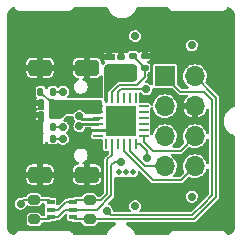
<source format=gbr>
%TF.GenerationSoftware,KiCad,Pcbnew,6.0.7+dfsg-1~bpo11+1*%
%TF.CreationDate,2022-10-12T02:23:58+00:00*%
%TF.ProjectId,0101-SERIAL-CP2102N,30313031-2d53-4455-9249-414c2d435032,V1.1*%
%TF.SameCoordinates,Original*%
%TF.FileFunction,Copper,L4,Bot*%
%TF.FilePolarity,Positive*%
%FSLAX46Y46*%
G04 Gerber Fmt 4.6, Leading zero omitted, Abs format (unit mm)*
G04 Created by KiCad (PCBNEW 6.0.7+dfsg-1~bpo11+1) date 2022-10-12 02:23:58*
%MOMM*%
%LPD*%
G01*
G04 APERTURE LIST*
G04 Aperture macros list*
%AMRoundRect*
0 Rectangle with rounded corners*
0 $1 Rounding radius*
0 $2 $3 $4 $5 $6 $7 $8 $9 X,Y pos of 4 corners*
0 Add a 4 corners polygon primitive as box body*
4,1,4,$2,$3,$4,$5,$6,$7,$8,$9,$2,$3,0*
0 Add four circle primitives for the rounded corners*
1,1,$1+$1,$2,$3*
1,1,$1+$1,$4,$5*
1,1,$1+$1,$6,$7*
1,1,$1+$1,$8,$9*
0 Add four rect primitives between the rounded corners*
20,1,$1+$1,$2,$3,$4,$5,0*
20,1,$1+$1,$4,$5,$6,$7,0*
20,1,$1+$1,$6,$7,$8,$9,0*
20,1,$1+$1,$8,$9,$2,$3,0*%
G04 Aperture macros list end*
%TA.AperFunction,ComponentPad*%
%ADD10RoundRect,0.350000X-0.700000X0.350000X-0.700000X-0.350000X0.700000X-0.350000X0.700000X0.350000X0*%
%TD*%
%TA.AperFunction,ComponentPad*%
%ADD11RoundRect,0.350000X-0.650000X0.350000X-0.650000X-0.350000X0.650000X-0.350000X0.650000X0.350000X0*%
%TD*%
%TA.AperFunction,ComponentPad*%
%ADD12R,1.700000X1.700000*%
%TD*%
%TA.AperFunction,ComponentPad*%
%ADD13O,1.700000X1.700000*%
%TD*%
%TA.AperFunction,SMDPad,CuDef*%
%ADD14RoundRect,0.140000X0.170000X-0.140000X0.170000X0.140000X-0.170000X0.140000X-0.170000X-0.140000X0*%
%TD*%
%TA.AperFunction,SMDPad,CuDef*%
%ADD15RoundRect,0.200000X0.275000X-0.200000X0.275000X0.200000X-0.275000X0.200000X-0.275000X-0.200000X0*%
%TD*%
%TA.AperFunction,SMDPad,CuDef*%
%ADD16RoundRect,0.135000X0.135000X0.185000X-0.135000X0.185000X-0.135000X-0.185000X0.135000X-0.185000X0*%
%TD*%
%TA.AperFunction,SMDPad,CuDef*%
%ADD17RoundRect,0.135000X-0.135000X-0.185000X0.135000X-0.185000X0.135000X0.185000X-0.135000X0.185000X0*%
%TD*%
%TA.AperFunction,SMDPad,CuDef*%
%ADD18R,0.650000X0.400000*%
%TD*%
%TA.AperFunction,SMDPad,CuDef*%
%ADD19RoundRect,0.140000X0.140000X0.170000X-0.140000X0.170000X-0.140000X-0.170000X0.140000X-0.170000X0*%
%TD*%
%TA.AperFunction,SMDPad,CuDef*%
%ADD20RoundRect,0.135000X0.185000X-0.135000X0.185000X0.135000X-0.185000X0.135000X-0.185000X-0.135000X0*%
%TD*%
%TA.AperFunction,SMDPad,CuDef*%
%ADD21RoundRect,0.062500X-0.350000X-0.062500X0.350000X-0.062500X0.350000X0.062500X-0.350000X0.062500X0*%
%TD*%
%TA.AperFunction,SMDPad,CuDef*%
%ADD22RoundRect,0.062500X-0.062500X-0.350000X0.062500X-0.350000X0.062500X0.350000X-0.062500X0.350000X0*%
%TD*%
%TA.AperFunction,SMDPad,CuDef*%
%ADD23R,2.600000X2.600000*%
%TD*%
%TA.AperFunction,SMDPad,CuDef*%
%ADD24RoundRect,0.200000X-0.275000X0.200000X-0.275000X-0.200000X0.275000X-0.200000X0.275000X0.200000X0*%
%TD*%
%TA.AperFunction,ViaPad*%
%ADD25C,0.700000*%
%TD*%
%TA.AperFunction,ViaPad*%
%ADD26C,0.500000*%
%TD*%
%TA.AperFunction,Conductor*%
%ADD27C,0.200000*%
%TD*%
%TA.AperFunction,Conductor*%
%ADD28C,0.250000*%
%TD*%
%TA.AperFunction,Conductor*%
%ADD29C,0.280000*%
%TD*%
G04 APERTURE END LIST*
D10*
%TO.P,J1,S1,SHIELD*%
%TO.N,GND*%
X6930000Y12975000D03*
D11*
X2950000Y22025000D03*
X2950000Y12975000D03*
D10*
X6930000Y22025000D03*
%TD*%
D12*
%TO.P,J2,1,Pin_1*%
%TO.N,/RTS{slash}BOOT*%
X13525000Y21300000D03*
D13*
%TO.P,J2,2,Pin_2*%
%TO.N,/DTR{slash}RESET*%
X16065000Y21300000D03*
%TO.P,J2,3,Pin_3*%
%TO.N,VBUS*%
X13525000Y18760000D03*
%TO.P,J2,4,Pin_4*%
%TO.N,GND*%
X16065000Y18760000D03*
%TO.P,J2,5,Pin_5*%
%TO.N,VDD*%
X13525000Y16220000D03*
%TO.P,J2,6,Pin_6*%
%TO.N,/CTS*%
X16065000Y16220000D03*
%TO.P,J2,7,Pin_7*%
%TO.N,/RXD*%
X13525000Y13680000D03*
%TO.P,J2,8,Pin_8*%
%TO.N,/TXD*%
X16065000Y13680000D03*
%TD*%
D14*
%TO.P,C4,1*%
%TO.N,VBUS*%
X8800000Y22000000D03*
%TO.P,C4,2*%
%TO.N,GND*%
X8800000Y22960000D03*
%TD*%
D15*
%TO.P,R9,1*%
%TO.N,/RTS*%
X2450000Y9175000D03*
%TO.P,R9,2*%
%TO.N,/RTS{slash}BOOT*%
X2450000Y10825000D03*
%TD*%
D16*
%TO.P,R4,1*%
%TO.N,Net-(J1-PadA5)*%
X4010000Y17000000D03*
%TO.P,R4,2*%
%TO.N,GND*%
X2990000Y17000000D03*
%TD*%
%TO.P,R5,1*%
%TO.N,Net-(J1-PadB5)*%
X4010000Y16000000D03*
%TO.P,R5,2*%
%TO.N,GND*%
X2990000Y16000000D03*
%TD*%
D17*
%TO.P,R3,1*%
%TO.N,VDD*%
X2990000Y20000000D03*
%TO.P,R3,2*%
%TO.N,Net-(R3-Pad2)*%
X4010000Y20000000D03*
%TD*%
D18*
%TO.P,Q1,1,E1*%
%TO.N,/DTR*%
X5750000Y10650000D03*
%TO.P,Q1,2,B1*%
%TO.N,/RTS*%
X5750000Y10000000D03*
%TO.P,Q1,3,C2*%
%TO.N,/DTR{slash}RESET*%
X5750000Y9350000D03*
%TO.P,Q1,4,E2*%
%TO.N,/RTS*%
X3850000Y9350000D03*
%TO.P,Q1,5,B2*%
%TO.N,/DTR*%
X3850000Y10000000D03*
%TO.P,Q1,6,C1*%
%TO.N,/RTS{slash}BOOT*%
X3850000Y10650000D03*
%TD*%
D14*
%TO.P,C2,1*%
%TO.N,VBUS*%
X9800000Y22000000D03*
%TO.P,C2,2*%
%TO.N,GND*%
X9800000Y22960000D03*
%TD*%
D19*
%TO.P,C1,1*%
%TO.N,VDD*%
X3980000Y19000000D03*
%TO.P,C1,2*%
%TO.N,GND*%
X3020000Y19000000D03*
%TD*%
D20*
%TO.P,R1,1*%
%TO.N,VBUS*%
X10800000Y22000000D03*
%TO.P,R1,2*%
%TO.N,Net-(R1-Pad2)*%
X10800000Y23020000D03*
%TD*%
D21*
%TO.P,U1,1,~{RI}/CLK*%
%TO.N,unconnected-(U1-Pad1)*%
X7862500Y16250000D03*
%TO.P,U1,2,GND*%
%TO.N,GND*%
X7862500Y16750000D03*
%TO.P,U1,3,D+*%
%TO.N,/D+*%
X7862500Y17250000D03*
%TO.P,U1,4,D-*%
%TO.N,/D-*%
X7862500Y17750000D03*
%TO.P,U1,5,VIO*%
%TO.N,VDD*%
X7862500Y18250000D03*
%TO.P,U1,6,VDD*%
X7862500Y18750000D03*
D22*
%TO.P,U1,7,VREGIN*%
%TO.N,VBUS*%
X8550000Y19437500D03*
%TO.P,U1,8,VBUS*%
%TO.N,Net-(R1-Pad2)*%
X9050000Y19437500D03*
%TO.P,U1,9,~{RST}*%
%TO.N,Net-(R3-Pad2)*%
X9550000Y19437500D03*
%TO.P,U1,10,NC*%
%TO.N,unconnected-(U1-Pad10)*%
X10050000Y19437500D03*
%TO.P,U1,11,~{WAKEUP}/GPIO.3*%
%TO.N,unconnected-(U1-Pad11)*%
X10550000Y19437500D03*
%TO.P,U1,12,RS485/GPIO.2*%
%TO.N,unconnected-(U1-Pad12)*%
X11050000Y19437500D03*
D21*
%TO.P,U1,13,~{RXT}/GPIO.1*%
%TO.N,unconnected-(U1-Pad13)*%
X11737500Y18750000D03*
%TO.P,U1,14,~{TXT}/GPIO.0*%
%TO.N,unconnected-(U1-Pad14)*%
X11737500Y18250000D03*
%TO.P,U1,15,~{SUSPEND}*%
%TO.N,unconnected-(U1-Pad15)*%
X11737500Y17750000D03*
%TO.P,U1,16,NC*%
%TO.N,unconnected-(U1-Pad16)*%
X11737500Y17250000D03*
%TO.P,U1,17,SUSPEND*%
%TO.N,unconnected-(U1-Pad17)*%
X11737500Y16750000D03*
%TO.P,U1,18,~{CTS}*%
%TO.N,/CTS*%
X11737500Y16250000D03*
D22*
%TO.P,U1,19,~{RTS}*%
%TO.N,/RTS*%
X11050000Y15562500D03*
%TO.P,U1,20,RXD*%
%TO.N,/RXD*%
X10550000Y15562500D03*
%TO.P,U1,21,TXD*%
%TO.N,/TXD*%
X10050000Y15562500D03*
%TO.P,U1,22,~{DSR}*%
%TO.N,unconnected-(U1-Pad22)*%
X9550000Y15562500D03*
%TO.P,U1,23,~{DTR}*%
%TO.N,/DTR*%
X9050000Y15562500D03*
%TO.P,U1,24,~{DCD}*%
%TO.N,unconnected-(U1-Pad24)*%
X8550000Y15562500D03*
D23*
%TO.P,U1,25,GND*%
%TO.N,GND*%
X9800000Y17500000D03*
%TD*%
D24*
%TO.P,R8,1*%
%TO.N,/DTR*%
X7150000Y10825000D03*
%TO.P,R8,2*%
%TO.N,/DTR{slash}RESET*%
X7150000Y9175000D03*
%TD*%
D19*
%TO.P,C3,1*%
%TO.N,VDD*%
X3980000Y18000000D03*
%TO.P,C3,2*%
%TO.N,GND*%
X3020000Y18000000D03*
%TD*%
D20*
%TO.P,R2,1*%
%TO.N,Net-(R1-Pad2)*%
X11800000Y22000000D03*
%TO.P,R2,2*%
%TO.N,GND*%
X11800000Y23020000D03*
%TD*%
D25*
%TO.N,VDD*%
X15800000Y23900000D03*
X11000000Y10300000D03*
D26*
X4800000Y18400000D03*
X4800000Y19000000D03*
X5400000Y19000000D03*
D25*
X15800000Y11100000D03*
X11000000Y24700000D03*
D26*
%TO.N,GND*%
X19050000Y23750000D03*
X550000Y20500000D03*
X550000Y17500000D03*
X19050000Y14750000D03*
X15800000Y26500000D03*
X8800000Y23750000D03*
X6200000Y16100000D03*
X12650000Y11550000D03*
X9700000Y10500000D03*
X10700000Y18400000D03*
X11800000Y8500000D03*
X11800000Y23750000D03*
X16550000Y11500000D03*
X19050000Y20250000D03*
X19050000Y15750000D03*
X10700000Y16600000D03*
X5600000Y16500000D03*
X550000Y23500000D03*
X7550000Y26750000D03*
X2300000Y19000000D03*
X14800000Y11750000D03*
X2300000Y18000000D03*
X16800000Y15000000D03*
X11800000Y26500000D03*
X14300000Y23000000D03*
X19050000Y11250000D03*
X15800000Y8500000D03*
X15300000Y23000000D03*
X550000Y11500000D03*
X550000Y14500000D03*
X9800000Y23750000D03*
X9100000Y18400000D03*
X14800000Y14500000D03*
X19050000Y19250000D03*
%TO.N,VBUS*%
X10200000Y13150000D03*
X10200000Y21300000D03*
X10800000Y13150000D03*
X9600000Y21300000D03*
X10800000Y21300000D03*
X9600000Y13150000D03*
D25*
%TO.N,/RTS{slash}BOOT*%
X1300000Y10500000D03*
X8600000Y9900000D03*
%TO.N,Net-(J1-PadA5)*%
X4900000Y17000000D03*
%TO.N,/D-*%
X6285542Y17925000D03*
%TO.N,/D+*%
X6285542Y17075000D03*
%TO.N,Net-(J1-PadB5)*%
X4900000Y16000000D03*
%TO.N,Net-(R3-Pad2)*%
X11950000Y20200000D03*
X4900000Y20000000D03*
%TO.N,/RTS*%
X9800000Y14050000D03*
X12050000Y14350000D03*
%TD*%
D27*
%TO.N,VDD*%
X2990000Y20000000D02*
X2990000Y19990000D01*
X2990000Y19990000D02*
X3980000Y19000000D01*
D28*
%TO.N,GND*%
X7862500Y16750000D02*
X6850000Y16750000D01*
X6850000Y16750000D02*
X6200000Y16100000D01*
X7862500Y16750000D02*
X9050000Y16750000D01*
X9050000Y16750000D02*
X9800000Y17500000D01*
D27*
%TO.N,/RXD*%
X10550000Y15562500D02*
X10550000Y15001471D01*
X10550000Y15001471D02*
X11871471Y13680000D01*
X11871471Y13680000D02*
X13525000Y13680000D01*
%TO.N,/TXD*%
X14885000Y12500000D02*
X16065000Y13680000D01*
X10050000Y15562500D02*
X10050000Y15000000D01*
X10050000Y15000000D02*
X12550000Y12500000D01*
X12550000Y12500000D02*
X14885000Y12500000D01*
%TO.N,/CTS*%
X11737500Y16250000D02*
X11737500Y15762500D01*
X11737500Y15762500D02*
X12500000Y15000000D01*
X12500000Y15000000D02*
X14845000Y15000000D01*
X14845000Y15000000D02*
X16065000Y16220000D01*
%TO.N,/DTR{slash}RESET*%
X15975000Y9175000D02*
X17875000Y11075000D01*
X17875000Y11075000D02*
X17875000Y19490000D01*
X5925000Y9175000D02*
X5750000Y9350000D01*
X5925000Y9175000D02*
X7150000Y9175000D01*
X17875000Y19490000D02*
X16065000Y21300000D01*
X7150000Y9175000D02*
X15975000Y9175000D01*
%TO.N,/RTS{slash}BOOT*%
X15825000Y9525000D02*
X10550000Y9525000D01*
X17525000Y19275000D02*
X17525000Y11225000D01*
X8975000Y9525000D02*
X8600000Y9900000D01*
X16800000Y20000000D02*
X17525000Y19275000D01*
X17525000Y11225000D02*
X16800000Y10500000D01*
X3675000Y10825000D02*
X3850000Y10650000D01*
X13525000Y21300000D02*
X14825000Y20000000D01*
X1625000Y10825000D02*
X2450000Y10825000D01*
X10550000Y9525000D02*
X8975000Y9525000D01*
X14825000Y20000000D02*
X16800000Y20000000D01*
X3675000Y10825000D02*
X2450000Y10825000D01*
X16800000Y10500000D02*
X15825000Y9525000D01*
X1625000Y10825000D02*
X1300000Y10500000D01*
%TO.N,Net-(J1-PadA5)*%
X4900000Y17000000D02*
X4010000Y17000000D01*
D29*
%TO.N,/D-*%
X7827500Y17715000D02*
X6495542Y17715000D01*
X6495542Y17715000D02*
X6285542Y17925000D01*
X7862500Y17750000D02*
X7827500Y17715000D01*
%TO.N,/D+*%
X6495542Y17285000D02*
X6285542Y17075000D01*
X7827500Y17285000D02*
X6495542Y17285000D01*
X7862500Y17250000D02*
X7827500Y17285000D01*
D27*
%TO.N,Net-(J1-PadB5)*%
X4010000Y16000000D02*
X4900000Y16000000D01*
%TO.N,Net-(R1-Pad2)*%
X9050000Y19437500D02*
X9050000Y19950000D01*
X9650000Y20550000D02*
X11150000Y20550000D01*
X11800000Y21200000D02*
X11800000Y22000000D01*
X10800000Y23000000D02*
X11800000Y22000000D01*
X9050000Y19950000D02*
X9650000Y20550000D01*
X10800000Y23020000D02*
X10800000Y23000000D01*
X11150000Y20550000D02*
X11800000Y21200000D01*
%TO.N,Net-(R3-Pad2)*%
X9550000Y19950000D02*
X9800000Y20200000D01*
X4010000Y20000000D02*
X4900000Y20000000D01*
X9550000Y19437500D02*
X9550000Y19950000D01*
X9800000Y20200000D02*
X11950000Y20200000D01*
%TO.N,/DTR*%
X9050000Y14650000D02*
X9050000Y15562500D01*
X8650000Y11350000D02*
X8650000Y14250000D01*
X8125000Y10825000D02*
X8650000Y11350000D01*
X5925000Y10825000D02*
X7150000Y10825000D01*
X7150000Y10825000D02*
X8125000Y10825000D01*
X3850000Y10000000D02*
X4500000Y10000000D01*
X5150000Y10650000D02*
X5750000Y10650000D01*
X8650000Y14250000D02*
X9050000Y14650000D01*
X5925000Y10825000D02*
X5750000Y10650000D01*
X4500000Y10000000D02*
X5150000Y10650000D01*
%TO.N,/RTS*%
X4450000Y9350000D02*
X5100000Y10000000D01*
X7800000Y10000000D02*
X9000000Y11200000D01*
X3850000Y9350000D02*
X4450000Y9350000D01*
X11050000Y15562500D02*
X11442525Y15562500D01*
X11442525Y15562500D02*
X12050000Y14955025D01*
X5750000Y10000000D02*
X7800000Y10000000D01*
X9000000Y11200000D02*
X9000000Y13750000D01*
X2450000Y9175000D02*
X3675000Y9175000D01*
X3675000Y9175000D02*
X3850000Y9350000D01*
X9000000Y13750000D02*
X9300000Y14050000D01*
X12050000Y14955025D02*
X12050000Y14350000D01*
X5100000Y10000000D02*
X5750000Y10000000D01*
X9300000Y14050000D02*
X9800000Y14050000D01*
%TD*%
%TA.AperFunction,Conductor*%
%TO.N,GND*%
G36*
X8653332Y27129498D02*
G01*
X8699825Y27075842D01*
X8701115Y27072667D01*
X8701476Y27071320D01*
X8787324Y26881795D01*
X8790190Y26877505D01*
X8846090Y26793828D01*
X8902901Y26708786D01*
X9045119Y26556918D01*
X9210178Y26430247D01*
X9393668Y26332159D01*
X9398545Y26330503D01*
X9398548Y26330502D01*
X9585802Y26266931D01*
X9590686Y26265273D01*
X9795969Y26231377D01*
X10004031Y26231377D01*
X10209314Y26265273D01*
X10214198Y26266931D01*
X10401452Y26330502D01*
X10401455Y26330503D01*
X10406332Y26332159D01*
X10589822Y26430247D01*
X10754881Y26556918D01*
X10897099Y26708786D01*
X10953911Y26793828D01*
X11009810Y26877505D01*
X11012676Y26881795D01*
X11063341Y26993646D01*
X11098524Y27071320D01*
X11099686Y27070793D01*
X11137922Y27123337D01*
X11204100Y27149046D01*
X11214789Y27149500D01*
X13730879Y27149500D01*
X13799000Y27129498D01*
X13835703Y27086810D01*
X13838428Y27088529D01*
X13914930Y26967280D01*
X14022388Y26872377D01*
X14152163Y26811447D01*
X14261009Y26794500D01*
X14335940Y26794500D01*
X14365456Y26798727D01*
X14383318Y26800000D01*
X15215934Y26800000D01*
X15235318Y26798500D01*
X15261009Y26794500D01*
X15335940Y26794500D01*
X15365456Y26798727D01*
X15383318Y26800000D01*
X16215934Y26800000D01*
X16235318Y26798500D01*
X16261009Y26794500D01*
X16335940Y26794500D01*
X16365456Y26798727D01*
X16383318Y26800000D01*
X17215934Y26800000D01*
X17235318Y26798500D01*
X17261009Y26794500D01*
X17335940Y26794500D01*
X17365456Y26798727D01*
X17383318Y26800000D01*
X18215934Y26800000D01*
X18235318Y26798500D01*
X18261009Y26794500D01*
X18335940Y26794500D01*
X18377339Y26800429D01*
X18433032Y26808404D01*
X18433035Y26808405D01*
X18441918Y26809677D01*
X18572428Y26869016D01*
X18600192Y26892939D01*
X18674237Y26956740D01*
X18674240Y26956743D01*
X18681037Y26962600D01*
X18759015Y27082905D01*
X18761990Y27080977D01*
X18797533Y27121644D01*
X18865739Y27141355D01*
X18879309Y27140564D01*
X18930421Y27134805D01*
X18957928Y27128526D01*
X19068407Y27089868D01*
X19093820Y27077631D01*
X19192943Y27015349D01*
X19214998Y26997759D01*
X19297759Y26914998D01*
X19315349Y26892943D01*
X19377631Y26793820D01*
X19389868Y26768407D01*
X19428526Y26657928D01*
X19434805Y26630420D01*
X19447692Y26516043D01*
X19447830Y26513583D01*
X19444191Y26500000D01*
X19448484Y26483978D01*
X19448484Y26471315D01*
X19449500Y26463598D01*
X19449500Y18814789D01*
X19429498Y18746668D01*
X19375842Y18700175D01*
X19372667Y18698885D01*
X19371320Y18698524D01*
X19181795Y18612676D01*
X19177505Y18609810D01*
X19013074Y18499964D01*
X19013070Y18499961D01*
X19008786Y18497099D01*
X18952398Y18444294D01*
X18887412Y18383437D01*
X18856918Y18354881D01*
X18730247Y18189822D01*
X18632159Y18006332D01*
X18630503Y18001455D01*
X18630502Y18001452D01*
X18573938Y17834837D01*
X18565273Y17809314D01*
X18531377Y17604031D01*
X18531377Y17395969D01*
X18565273Y17190686D01*
X18566931Y17185803D01*
X18566931Y17185802D01*
X18618489Y17033935D01*
X18632159Y16993668D01*
X18730247Y16810178D01*
X18856918Y16645119D01*
X18860682Y16641595D01*
X18860683Y16641593D01*
X18924242Y16582073D01*
X19008786Y16502901D01*
X19013070Y16500039D01*
X19013074Y16500036D01*
X19124132Y16425845D01*
X19181795Y16387324D01*
X19186495Y16385195D01*
X19186497Y16385194D01*
X19371320Y16301476D01*
X19370793Y16300314D01*
X19423337Y16262078D01*
X19449046Y16195900D01*
X19449500Y16185211D01*
X19449500Y8536402D01*
X19448484Y8528685D01*
X19448484Y8516022D01*
X19444191Y8500000D01*
X19447830Y8486417D01*
X19447692Y8483957D01*
X19434805Y8369580D01*
X19428526Y8342072D01*
X19389868Y8231593D01*
X19377631Y8206180D01*
X19315349Y8107057D01*
X19297759Y8085002D01*
X19214998Y8002241D01*
X19192943Y7984651D01*
X19093820Y7922369D01*
X19068407Y7910132D01*
X18957928Y7871474D01*
X18930422Y7865195D01*
X18917798Y7863772D01*
X18878548Y7859350D01*
X18808618Y7871599D01*
X18757881Y7917322D01*
X18685070Y8032720D01*
X18577612Y8127623D01*
X18447837Y8188553D01*
X18338991Y8205500D01*
X18264060Y8205500D01*
X18236129Y8201500D01*
X18234544Y8201273D01*
X18216682Y8200000D01*
X17384066Y8200000D01*
X17364682Y8201500D01*
X17343795Y8204752D01*
X17338991Y8205500D01*
X17264060Y8205500D01*
X17236129Y8201500D01*
X17234544Y8201273D01*
X17216682Y8200000D01*
X16384066Y8200000D01*
X16364682Y8201500D01*
X16343795Y8204752D01*
X16338991Y8205500D01*
X16264060Y8205500D01*
X16236129Y8201500D01*
X16234544Y8201273D01*
X16216682Y8200000D01*
X15384066Y8200000D01*
X15364682Y8201500D01*
X15343795Y8204752D01*
X15338991Y8205500D01*
X15264060Y8205500D01*
X15236129Y8201500D01*
X15234544Y8201273D01*
X15216682Y8200000D01*
X14384066Y8200000D01*
X14364682Y8201500D01*
X14343795Y8204752D01*
X14338991Y8205500D01*
X14264060Y8205500D01*
X14234544Y8201273D01*
X14166968Y8191596D01*
X14166965Y8191595D01*
X14158082Y8190323D01*
X14027572Y8130984D01*
X14020768Y8125122D01*
X14020769Y8125122D01*
X13925763Y8043260D01*
X13925760Y8043257D01*
X13918963Y8037400D01*
X13840985Y7917095D01*
X13840155Y7917633D01*
X13798688Y7870202D01*
X13731036Y7850500D01*
X11114789Y7850500D01*
X11046668Y7870502D01*
X11000175Y7924158D01*
X10998885Y7927333D01*
X10998524Y7928680D01*
X10912676Y8118205D01*
X10888477Y8154429D01*
X10799964Y8286926D01*
X10799961Y8286930D01*
X10797099Y8291214D01*
X10654881Y8443082D01*
X10489822Y8569753D01*
X10306332Y8667841D01*
X10272908Y8679188D01*
X10214834Y8720028D01*
X10188058Y8785782D01*
X10201081Y8855573D01*
X10249770Y8907245D01*
X10313414Y8924500D01*
X15937915Y8924500D01*
X15962496Y8922079D01*
X15962828Y8922013D01*
X15962829Y8922013D01*
X15975000Y8919592D01*
X15987171Y8922013D01*
X16060570Y8936613D01*
X16072741Y8939034D01*
X16102536Y8958943D01*
X16155601Y8994399D01*
X16162493Y9004714D01*
X16162495Y9004716D01*
X16162688Y9005005D01*
X16178358Y9024098D01*
X18025905Y10871644D01*
X18044998Y10887314D01*
X18045284Y10887505D01*
X18045286Y10887507D01*
X18055601Y10894399D01*
X18080392Y10931501D01*
X18110966Y10977260D01*
X18114334Y10994188D01*
X18127988Y11062830D01*
X18130409Y11075000D01*
X18127921Y11087508D01*
X18125500Y11112090D01*
X18125500Y19452910D01*
X18127921Y19477493D01*
X18127988Y19477830D01*
X18130409Y19490000D01*
X18110966Y19587740D01*
X18069578Y19649683D01*
X18069577Y19649684D01*
X18055601Y19670601D01*
X18045286Y19677493D01*
X18045284Y19677495D01*
X18044998Y19677686D01*
X18025905Y19693356D01*
X17519261Y20200000D01*
X16995052Y20724208D01*
X16961027Y20786520D01*
X16966091Y20857335D01*
X16974590Y20875539D01*
X16980380Y20885731D01*
X16983425Y20891091D01*
X17045358Y21077268D01*
X17069949Y21271929D01*
X17070341Y21300000D01*
X17051194Y21495272D01*
X17049413Y21501171D01*
X17049412Y21501176D01*
X16996265Y21677207D01*
X16994484Y21683106D01*
X16902370Y21856347D01*
X16778361Y22008398D01*
X16627180Y22133465D01*
X16454585Y22226787D01*
X16352124Y22258504D01*
X16273039Y22282985D01*
X16273036Y22282986D01*
X16267152Y22284807D01*
X16261027Y22285451D01*
X16261026Y22285451D01*
X16078147Y22304673D01*
X16078146Y22304673D01*
X16072019Y22305317D01*
X15981895Y22297115D01*
X15882759Y22288093D01*
X15882758Y22288093D01*
X15876618Y22287534D01*
X15870704Y22285793D01*
X15870702Y22285793D01*
X15742922Y22248185D01*
X15688393Y22232136D01*
X15682928Y22229279D01*
X15519972Y22144088D01*
X15519968Y22144085D01*
X15514512Y22141233D01*
X15509712Y22137373D01*
X15509711Y22137373D01*
X15483426Y22116239D01*
X15361600Y22018289D01*
X15235480Y21867984D01*
X15232516Y21862592D01*
X15232513Y21862588D01*
X15153813Y21719433D01*
X15140956Y21696046D01*
X15139095Y21690179D01*
X15139094Y21690177D01*
X15115217Y21614906D01*
X15081628Y21509022D01*
X15059757Y21314037D01*
X15076175Y21118517D01*
X15130258Y20929909D01*
X15140700Y20909591D01*
X15217123Y20760887D01*
X15217126Y20760883D01*
X15219944Y20755399D01*
X15341818Y20601631D01*
X15346511Y20597637D01*
X15346512Y20597636D01*
X15491238Y20474465D01*
X15489987Y20472995D01*
X15528896Y20424673D01*
X15536458Y20354080D01*
X15504654Y20290606D01*
X15443582Y20254402D01*
X15412469Y20250500D01*
X14980951Y20250500D01*
X14912830Y20270502D01*
X14891856Y20287405D01*
X14562405Y20616856D01*
X14528379Y20679168D01*
X14525500Y20705951D01*
X14525500Y22164820D01*
X14516767Y22208722D01*
X14509873Y22219040D01*
X14509872Y22219042D01*
X14490399Y22248185D01*
X14483504Y22258504D01*
X14453367Y22278641D01*
X14444042Y22284872D01*
X14444040Y22284873D01*
X14433722Y22291767D01*
X14389820Y22300500D01*
X12660180Y22300500D01*
X12616278Y22291767D01*
X12605960Y22284873D01*
X12605958Y22284872D01*
X12596633Y22278641D01*
X12566496Y22258504D01*
X12559601Y22248185D01*
X12540128Y22219042D01*
X12540127Y22219040D01*
X12533233Y22208722D01*
X12524500Y22164820D01*
X12524500Y20639323D01*
X12504498Y20571202D01*
X12450842Y20524709D01*
X12380568Y20514605D01*
X12315988Y20544099D01*
X12303047Y20557075D01*
X12288259Y20574237D01*
X12282400Y20581037D01*
X12162095Y20659015D01*
X12024739Y20700093D01*
X12015763Y20700148D01*
X12015762Y20700148D01*
X11958180Y20700500D01*
X11890182Y20720919D01*
X11844018Y20774858D01*
X11834344Y20845192D01*
X11864232Y20909591D01*
X11869855Y20915593D01*
X11950908Y20996646D01*
X11970001Y21012316D01*
X11970284Y21012505D01*
X11970286Y21012507D01*
X11980601Y21019399D01*
X12006056Y21057495D01*
X12035966Y21102260D01*
X12055409Y21200000D01*
X12052921Y21212508D01*
X12050500Y21237090D01*
X12050500Y21499755D01*
X12070502Y21567876D01*
X12125352Y21614906D01*
X12138877Y21620914D01*
X12149510Y21625637D01*
X12187043Y21663235D01*
X12216433Y21692676D01*
X12216434Y21692678D01*
X12224650Y21700908D01*
X12254899Y21769329D01*
X12263823Y21789514D01*
X12263824Y21789517D01*
X12267655Y21798183D01*
X12270500Y21822585D01*
X12270499Y22177414D01*
X12267538Y22202310D01*
X12224363Y22299510D01*
X12173129Y22350655D01*
X12157324Y22366433D01*
X12157322Y22366434D01*
X12149092Y22374650D01*
X12102979Y22395036D01*
X12048765Y22440872D01*
X12027937Y22508745D01*
X12047110Y22577103D01*
X12102779Y22625426D01*
X12138589Y22641332D01*
X12157442Y22654289D01*
X12216013Y22712963D01*
X12228934Y22731833D01*
X12236715Y22749432D01*
X12238552Y22763412D01*
X12234416Y22766000D01*
X11672000Y22766000D01*
X11603879Y22786002D01*
X11557386Y22839658D01*
X11546000Y22892000D01*
X11546000Y23292115D01*
X12054000Y23292115D01*
X12058475Y23276876D01*
X12059865Y23275671D01*
X12067548Y23274000D01*
X12225917Y23274000D01*
X12239448Y23277973D01*
X12240137Y23282768D01*
X12228667Y23308591D01*
X12215713Y23327440D01*
X12157037Y23386014D01*
X12138165Y23398935D01*
X12070571Y23428818D01*
X12056587Y23430656D01*
X12054000Y23426521D01*
X12054000Y23292115D01*
X11546000Y23292115D01*
X11546000Y23418126D01*
X11542027Y23431657D01*
X11537232Y23432346D01*
X11461413Y23398669D01*
X11442558Y23385711D01*
X11389568Y23332628D01*
X11327286Y23298549D01*
X11256466Y23303552D01*
X11211377Y23332473D01*
X11208638Y23335208D01*
X11149092Y23394650D01*
X11135050Y23400858D01*
X11060486Y23433823D01*
X11060483Y23433824D01*
X11051817Y23437655D01*
X11042406Y23438752D01*
X11042403Y23438753D01*
X11037138Y23439366D01*
X11027415Y23440500D01*
X10801939Y23440500D01*
X10572586Y23440499D01*
X10568889Y23440059D01*
X10568884Y23440059D01*
X10562743Y23439328D01*
X10547690Y23437538D01*
X10450490Y23394363D01*
X10412882Y23356690D01*
X10383569Y23327326D01*
X10383568Y23327324D01*
X10375350Y23319092D01*
X10372829Y23313389D01*
X10320558Y23270702D01*
X10250019Y23262653D01*
X10182564Y23297621D01*
X10144911Y23335209D01*
X10126038Y23348131D01*
X10070570Y23372653D01*
X10056587Y23374491D01*
X10054000Y23370355D01*
X10054000Y22832000D01*
X10033998Y22763879D01*
X9980342Y22717386D01*
X9928000Y22706000D01*
X9672000Y22706000D01*
X9603879Y22726002D01*
X9557386Y22779658D01*
X9546000Y22832000D01*
X9546000Y23361934D01*
X9542027Y23375465D01*
X9537232Y23376154D01*
X9473532Y23347860D01*
X9454674Y23334899D01*
X9389236Y23269347D01*
X9326954Y23235267D01*
X9256134Y23240270D01*
X9211046Y23269190D01*
X9144911Y23335208D01*
X9126038Y23348131D01*
X9070570Y23372653D01*
X9056587Y23374491D01*
X9054000Y23370355D01*
X9054000Y23232115D01*
X9058475Y23216876D01*
X9059865Y23215671D01*
X9067548Y23214000D01*
X9214000Y23214000D01*
X9282121Y23193998D01*
X9328614Y23140342D01*
X9340000Y23088000D01*
X9340000Y22832000D01*
X9319998Y22763879D01*
X9266342Y22717386D01*
X9214000Y22706000D01*
X8381392Y22706000D01*
X8367861Y22702027D01*
X8367172Y22697231D01*
X8382141Y22663529D01*
X8395097Y22644678D01*
X8456217Y22583666D01*
X8490297Y22521384D01*
X8485294Y22450563D01*
X8437202Y22389727D01*
X8410249Y22371718D01*
X8410234Y22371707D01*
X8407669Y22369993D01*
X8384106Y22350655D01*
X8349345Y22315894D01*
X8348983Y22315452D01*
X8288790Y22278641D01*
X8217811Y22280227D01*
X8158957Y22319934D01*
X8130913Y22385157D01*
X8130000Y22400300D01*
X8130000Y22418915D01*
X8129631Y22425729D01*
X8124211Y22475621D01*
X8120586Y22490867D01*
X8076233Y22609177D01*
X8067701Y22624763D01*
X7992570Y22725009D01*
X7980009Y22737570D01*
X7879763Y22812701D01*
X7864177Y22821233D01*
X7745867Y22865586D01*
X7730621Y22869211D01*
X7680729Y22874631D01*
X7673915Y22875000D01*
X7202115Y22875000D01*
X7186876Y22870525D01*
X7185671Y22869135D01*
X7184000Y22861452D01*
X7184000Y21193115D01*
X7188475Y21177876D01*
X7189865Y21176671D01*
X7197548Y21175000D01*
X7673915Y21175000D01*
X7680729Y21175369D01*
X7730621Y21180789D01*
X7745867Y21184414D01*
X7864177Y21228767D01*
X7879763Y21237299D01*
X7980009Y21312430D01*
X7992570Y21324991D01*
X8017674Y21358487D01*
X8074533Y21401002D01*
X8145352Y21406028D01*
X8207645Y21371968D01*
X8241635Y21309637D01*
X8244500Y21282922D01*
X8244500Y19562843D01*
X8224498Y19494722D01*
X8170842Y19448229D01*
X8100568Y19438125D01*
X8087876Y19440621D01*
X8085266Y19441275D01*
X8082289Y19442178D01*
X8042507Y19450091D01*
X8040967Y19450319D01*
X8040958Y19450321D01*
X8028972Y19452099D01*
X8028962Y19452100D01*
X8027413Y19452330D01*
X8025858Y19452483D01*
X8025843Y19452485D01*
X8004368Y19454600D01*
X8004357Y19454601D01*
X8002832Y19454751D01*
X8001308Y19454826D01*
X8001293Y19454827D01*
X7989141Y19455424D01*
X7989132Y19455424D01*
X7987590Y19455500D01*
X5366281Y19455500D01*
X5298160Y19475502D01*
X5251667Y19529158D01*
X5241563Y19599432D01*
X5272865Y19666054D01*
X5313176Y19710589D01*
X5313181Y19710596D01*
X5319200Y19717246D01*
X5364602Y19810955D01*
X5377795Y19838186D01*
X5377795Y19838187D01*
X5381710Y19846267D01*
X5405496Y19987646D01*
X5405647Y20000000D01*
X5390866Y20103214D01*
X5386596Y20133032D01*
X5386595Y20133035D01*
X5385323Y20141918D01*
X5325984Y20272428D01*
X5266471Y20341496D01*
X5238260Y20374237D01*
X5238257Y20374240D01*
X5232400Y20381037D01*
X5112095Y20459015D01*
X4974739Y20500093D01*
X4965763Y20500148D01*
X4965762Y20500148D01*
X4905555Y20500516D01*
X4831376Y20500969D01*
X4693529Y20461572D01*
X4572280Y20385070D01*
X4566340Y20378344D01*
X4566335Y20378340D01*
X4556209Y20366873D01*
X4496124Y20329053D01*
X4425131Y20329721D01*
X4372748Y20361105D01*
X4317324Y20416433D01*
X4317322Y20416434D01*
X4309092Y20424650D01*
X4282607Y20436359D01*
X4220486Y20463823D01*
X4220483Y20463824D01*
X4211817Y20467655D01*
X4202406Y20468752D01*
X4202403Y20468753D01*
X4197138Y20469366D01*
X4187415Y20470500D01*
X4011513Y20470500D01*
X3832586Y20470499D01*
X3828889Y20470059D01*
X3828884Y20470059D01*
X3822743Y20469328D01*
X3807690Y20467538D01*
X3710490Y20424363D01*
X3677996Y20391812D01*
X3643567Y20357324D01*
X3643566Y20357322D01*
X3635350Y20349092D01*
X3617287Y20308233D01*
X3615237Y20303597D01*
X3569399Y20249381D01*
X3501526Y20228554D01*
X3433167Y20247728D01*
X3384846Y20303397D01*
X3369086Y20338877D01*
X3364363Y20349510D01*
X3305583Y20408188D01*
X3297324Y20416433D01*
X3297322Y20416434D01*
X3289092Y20424650D01*
X3262607Y20436359D01*
X3200486Y20463823D01*
X3200483Y20463824D01*
X3191817Y20467655D01*
X3182406Y20468752D01*
X3182403Y20468753D01*
X3177138Y20469366D01*
X3167415Y20470500D01*
X2991513Y20470500D01*
X2812586Y20470499D01*
X2808889Y20470059D01*
X2808884Y20470059D01*
X2802743Y20469328D01*
X2787690Y20467538D01*
X2690490Y20424363D01*
X2657996Y20391812D01*
X2623567Y20357324D01*
X2623566Y20357322D01*
X2615350Y20349092D01*
X2610647Y20338454D01*
X2610646Y20338452D01*
X2576177Y20260486D01*
X2576176Y20260483D01*
X2572345Y20251817D01*
X2569500Y20227415D01*
X2569501Y19772586D01*
X2569941Y19768889D01*
X2569941Y19768884D01*
X2570432Y19764758D01*
X2572462Y19747690D01*
X2615637Y19650490D01*
X2690690Y19575568D01*
X2690908Y19575350D01*
X2688590Y19573028D01*
X2721471Y19532776D01*
X2729530Y19462238D01*
X2694560Y19394767D01*
X2644791Y19344911D01*
X2631869Y19326038D01*
X2607347Y19270570D01*
X2605509Y19256587D01*
X2609645Y19254000D01*
X3148000Y19254000D01*
X3216121Y19233998D01*
X3262614Y19180342D01*
X3274000Y19128000D01*
X3274000Y18586000D01*
X3253998Y18517879D01*
X3200342Y18471386D01*
X3148000Y18460000D01*
X2892000Y18460000D01*
X2823879Y18480002D01*
X2777386Y18533658D01*
X2766000Y18586000D01*
X2766000Y18727885D01*
X2761525Y18743124D01*
X2760135Y18744329D01*
X2752452Y18746000D01*
X2618066Y18746000D01*
X2604535Y18742027D01*
X2603846Y18737232D01*
X2632140Y18673532D01*
X2645101Y18654674D01*
X2710653Y18589236D01*
X2744733Y18526954D01*
X2739730Y18456134D01*
X2710810Y18411046D01*
X2644792Y18344911D01*
X2631869Y18326038D01*
X2607347Y18270570D01*
X2605509Y18256587D01*
X2609645Y18254000D01*
X3148000Y18254000D01*
X3216121Y18233998D01*
X3262614Y18180342D01*
X3274000Y18128000D01*
X3274000Y17581391D01*
X3277837Y17568323D01*
X3277837Y17497327D01*
X3263758Y17465998D01*
X3244000Y17434417D01*
X3244000Y16574083D01*
X3255959Y16533354D01*
X3255959Y16462357D01*
X3244066Y16435891D01*
X3244000Y16435411D01*
X3244000Y15574083D01*
X3247973Y15560552D01*
X3252768Y15559863D01*
X3278591Y15571333D01*
X3297440Y15584287D01*
X3356013Y15642963D01*
X3368933Y15661832D01*
X3384488Y15697017D01*
X3430326Y15751233D01*
X3498199Y15772061D01*
X3566558Y15752887D01*
X3614880Y15697220D01*
X3635637Y15650490D01*
X3650326Y15635827D01*
X3702676Y15583567D01*
X3702678Y15583566D01*
X3710908Y15575350D01*
X3721548Y15570646D01*
X3799514Y15536177D01*
X3799517Y15536176D01*
X3808183Y15532345D01*
X3817594Y15531248D01*
X3817597Y15531247D01*
X3822862Y15530634D01*
X3832585Y15529500D01*
X4008487Y15529500D01*
X4187414Y15529501D01*
X4191111Y15529941D01*
X4191116Y15529941D01*
X4197257Y15530672D01*
X4212310Y15532462D01*
X4309510Y15575637D01*
X4357216Y15623426D01*
X4371598Y15637833D01*
X4433881Y15671912D01*
X4504701Y15666909D01*
X4549800Y15635121D01*
X4550503Y15635907D01*
X4557190Y15629928D01*
X4562970Y15623052D01*
X4570447Y15618075D01*
X4656862Y15560552D01*
X4682313Y15543610D01*
X4819157Y15500858D01*
X4828129Y15500694D01*
X4828132Y15500693D01*
X4893463Y15499496D01*
X4962499Y15498230D01*
X4971533Y15500693D01*
X5092158Y15533579D01*
X5092160Y15533580D01*
X5100817Y15535940D01*
X5222991Y15610955D01*
X5251338Y15642272D01*
X5300890Y15697017D01*
X5319200Y15717246D01*
X5363684Y15809061D01*
X5377795Y15838186D01*
X5377795Y15838187D01*
X5381710Y15846267D01*
X5405496Y15987646D01*
X5405647Y16000000D01*
X5387709Y16125257D01*
X5386596Y16133032D01*
X5386595Y16133035D01*
X5385323Y16141918D01*
X5325984Y16272428D01*
X5278709Y16327293D01*
X5238260Y16374237D01*
X5238257Y16374240D01*
X5232400Y16381037D01*
X5213235Y16393459D01*
X5166952Y16447294D01*
X5157122Y16517607D01*
X5186867Y16582073D01*
X5208543Y16600396D01*
X5208436Y16600525D01*
X5215342Y16606259D01*
X5222991Y16610955D01*
X5232483Y16621441D01*
X5300890Y16697017D01*
X5319200Y16717246D01*
X5359741Y16800923D01*
X5377795Y16838186D01*
X5377795Y16838187D01*
X5381710Y16846267D01*
X5405496Y16987646D01*
X5405647Y17000000D01*
X5385323Y17141918D01*
X5325984Y17272428D01*
X5269341Y17338165D01*
X5238260Y17374237D01*
X5238257Y17374240D01*
X5232400Y17381037D01*
X5112095Y17459015D01*
X5103493Y17461587D01*
X5103490Y17461589D01*
X5019440Y17486725D01*
X4959906Y17525407D01*
X4930736Y17590134D01*
X4941192Y17660357D01*
X4966447Y17696537D01*
X5177505Y17907595D01*
X5239817Y17941621D01*
X5266600Y17944500D01*
X5667595Y17944500D01*
X5735716Y17924498D01*
X5782209Y17870842D01*
X5792531Y17834838D01*
X5798522Y17789021D01*
X5808784Y17765698D01*
X5847614Y17677452D01*
X5856262Y17657797D01*
X5890923Y17616563D01*
X5921085Y17580680D01*
X5949606Y17515664D01*
X5938450Y17445550D01*
X5919075Y17416198D01*
X5882017Y17374237D01*
X5862919Y17352612D01*
X5801989Y17222837D01*
X5796983Y17190686D01*
X5781941Y17094072D01*
X5779933Y17081177D01*
X5781097Y17072275D01*
X5781097Y17072272D01*
X5789228Y17010099D01*
X5798522Y16939021D01*
X5802139Y16930801D01*
X5847684Y16827293D01*
X5856262Y16807797D01*
X5862039Y16800924D01*
X5862040Y16800923D01*
X5909612Y16744329D01*
X5948512Y16698052D01*
X6067855Y16618610D01*
X6204699Y16575858D01*
X6213671Y16575694D01*
X6213674Y16575693D01*
X6279005Y16574496D01*
X6348041Y16573230D01*
X6357075Y16575693D01*
X6477700Y16608579D01*
X6477702Y16608580D01*
X6486359Y16610940D01*
X6608533Y16685955D01*
X6618730Y16697220D01*
X6698720Y16785593D01*
X6704742Y16792246D01*
X6767252Y16921267D01*
X6770133Y16919871D01*
X6801074Y16965628D01*
X6866326Y16993603D01*
X6881337Y16994500D01*
X7178508Y16994500D01*
X7246629Y16974498D01*
X7293122Y16920842D01*
X7302086Y16843914D01*
X7301207Y16839495D01*
X7300000Y16827242D01*
X7300001Y16672764D01*
X7301208Y16660501D01*
X7309908Y16616759D01*
X7319223Y16594270D01*
X7335137Y16570454D01*
X7356352Y16502701D01*
X7335138Y16430450D01*
X7311858Y16395609D01*
X7299500Y16333480D01*
X7299500Y16166520D01*
X7311858Y16104391D01*
X7318752Y16094073D01*
X7318753Y16094071D01*
X7351771Y16044656D01*
X7358935Y16033935D01*
X7369251Y16027042D01*
X7419071Y15993753D01*
X7419073Y15993752D01*
X7429391Y15986858D01*
X7491520Y15974500D01*
X8148500Y15974500D01*
X8216621Y15954498D01*
X8263114Y15900842D01*
X8274500Y15848500D01*
X8274500Y15191520D01*
X8286858Y15129391D01*
X8293752Y15119073D01*
X8293753Y15119071D01*
X8308054Y15097669D01*
X8333935Y15058935D01*
X8344251Y15052042D01*
X8394071Y15018753D01*
X8394073Y15018752D01*
X8404391Y15011858D01*
X8466520Y14999500D01*
X8633480Y14999500D01*
X8648919Y15002571D01*
X8719633Y14996243D01*
X8775700Y14952689D01*
X8799500Y14878992D01*
X8799500Y14805950D01*
X8779498Y14737829D01*
X8762595Y14716855D01*
X8499098Y14453358D01*
X8480005Y14437688D01*
X8479719Y14437497D01*
X8479717Y14437495D01*
X8469399Y14430601D01*
X8448729Y14399666D01*
X8435093Y14379258D01*
X8420929Y14358061D01*
X8420928Y14358059D01*
X8414034Y14347741D01*
X8394592Y14250000D01*
X8397013Y14237829D01*
X8397013Y14237828D01*
X8397079Y14237496D01*
X8399500Y14212915D01*
X8399500Y11505950D01*
X8379498Y11437829D01*
X8362595Y11416855D01*
X8058145Y11112405D01*
X7995833Y11078379D01*
X7969050Y11075500D01*
X7869203Y11075500D01*
X7801082Y11095502D01*
X7756100Y11145969D01*
X7718522Y11222507D01*
X7718521Y11222509D01*
X7713932Y11231855D01*
X7631350Y11314293D01*
X7526518Y11365536D01*
X7496027Y11369984D01*
X7462744Y11374840D01*
X7462740Y11374840D01*
X7458218Y11375500D01*
X6841782Y11375500D01*
X6837232Y11374830D01*
X6837229Y11374830D01*
X6782574Y11366784D01*
X6782573Y11366784D01*
X6772888Y11365358D01*
X6722992Y11340860D01*
X6677493Y11318522D01*
X6677491Y11318521D01*
X6668145Y11313932D01*
X6626727Y11272442D01*
X6596257Y11241918D01*
X6585707Y11231350D01*
X6581134Y11221994D01*
X6581133Y11221993D01*
X6570383Y11200000D01*
X6564434Y11187829D01*
X6544069Y11146167D01*
X6496184Y11093750D01*
X6430869Y11075500D01*
X5962085Y11075500D01*
X5937504Y11077921D01*
X5937172Y11077987D01*
X5937171Y11077987D01*
X5925000Y11080408D01*
X5827259Y11060966D01*
X5816942Y11054072D01*
X5816939Y11054071D01*
X5802465Y11044400D01*
X5768544Y11021735D01*
X5698543Y11000500D01*
X5410180Y11000500D01*
X5366278Y10991767D01*
X5355960Y10984873D01*
X5355958Y10984872D01*
X5338080Y10972926D01*
X5316496Y10958504D01*
X5309601Y10948185D01*
X5300826Y10939410D01*
X5298042Y10942194D01*
X5260667Y10910965D01*
X5210391Y10900500D01*
X5187090Y10900500D01*
X5162507Y10902921D01*
X5150000Y10905409D01*
X5052260Y10885966D01*
X4996656Y10848813D01*
X4969399Y10830601D01*
X4962505Y10820283D01*
X4962503Y10820281D01*
X4962316Y10820001D01*
X4946647Y10800908D01*
X4686677Y10540937D01*
X4540596Y10394856D01*
X4478283Y10360831D01*
X4407468Y10365895D01*
X4350632Y10408442D01*
X4325821Y10474962D01*
X4325500Y10483951D01*
X4325500Y10864820D01*
X4316767Y10908722D01*
X4309873Y10919040D01*
X4309872Y10919042D01*
X4290399Y10948185D01*
X4283504Y10958504D01*
X4261920Y10972926D01*
X4244042Y10984872D01*
X4244040Y10984873D01*
X4233722Y10991767D01*
X4189820Y11000500D01*
X3901457Y11000500D01*
X3831456Y11021734D01*
X3797535Y11044399D01*
X3783057Y11054073D01*
X3772741Y11060966D01*
X3675000Y11080408D01*
X3662829Y11077987D01*
X3662828Y11077987D01*
X3662496Y11077921D01*
X3637915Y11075500D01*
X3169203Y11075500D01*
X3101082Y11095502D01*
X3056100Y11145969D01*
X3018522Y11222507D01*
X3018521Y11222509D01*
X3013932Y11231855D01*
X2931350Y11314293D01*
X2826518Y11365536D01*
X2796027Y11369984D01*
X2762744Y11374840D01*
X2762740Y11374840D01*
X2758218Y11375500D01*
X2141782Y11375500D01*
X2137232Y11374830D01*
X2137229Y11374830D01*
X2082574Y11366784D01*
X2082573Y11366784D01*
X2072888Y11365358D01*
X2022992Y11340860D01*
X1977493Y11318522D01*
X1977491Y11318521D01*
X1968145Y11313932D01*
X1926727Y11272442D01*
X1896257Y11241918D01*
X1885707Y11231350D01*
X1881134Y11221994D01*
X1881133Y11221993D01*
X1870383Y11200000D01*
X1864434Y11187829D01*
X1844069Y11146167D01*
X1796184Y11093750D01*
X1730869Y11075500D01*
X1662085Y11075500D01*
X1637502Y11077921D01*
X1625000Y11080408D01*
X1612829Y11077987D01*
X1600327Y11075500D01*
X1600326Y11075500D01*
X1569315Y11069331D01*
X1539430Y11063387D01*
X1539429Y11063387D01*
X1527260Y11060966D01*
X1516944Y11054073D01*
X1516942Y11054072D01*
X1463833Y11018586D01*
X1396080Y10997372D01*
X1380412Y10998396D01*
X1374739Y11000093D01*
X1365767Y11000148D01*
X1365766Y11000148D01*
X1300745Y11000545D01*
X1231376Y11000969D01*
X1093529Y10961572D01*
X972280Y10885070D01*
X966338Y10878342D01*
X966337Y10878341D01*
X959754Y10870887D01*
X877377Y10777612D01*
X816447Y10647837D01*
X809133Y10600858D01*
X796993Y10522888D01*
X794391Y10506177D01*
X795555Y10497275D01*
X795555Y10497272D01*
X801933Y10448500D01*
X812980Y10364021D01*
X827299Y10331478D01*
X864669Y10246550D01*
X870720Y10232797D01*
X876497Y10225924D01*
X876498Y10225923D01*
X957190Y10129928D01*
X962970Y10123052D01*
X1082313Y10043610D01*
X1219157Y10000858D01*
X1228129Y10000694D01*
X1228132Y10000693D01*
X1293463Y9999496D01*
X1362499Y9998230D01*
X1371533Y10000693D01*
X1492158Y10033579D01*
X1492160Y10033580D01*
X1500817Y10035940D01*
X1622991Y10110955D01*
X1719200Y10217246D01*
X1762039Y10305666D01*
X1809741Y10358249D01*
X1878299Y10376695D01*
X1945947Y10355148D01*
X1956296Y10346619D01*
X1961280Y10343064D01*
X1968650Y10335707D01*
X2073482Y10284464D01*
X2096973Y10281037D01*
X2137256Y10275160D01*
X2137260Y10275160D01*
X2141782Y10274500D01*
X2758218Y10274500D01*
X2762768Y10275170D01*
X2762771Y10275170D01*
X2817426Y10283216D01*
X2817427Y10283216D01*
X2827112Y10284642D01*
X2889046Y10315050D01*
X2922507Y10331478D01*
X2922509Y10331479D01*
X2931855Y10336068D01*
X2986969Y10391278D01*
X3006935Y10411279D01*
X3006935Y10411280D01*
X3014293Y10418650D01*
X3019408Y10429113D01*
X3052724Y10497272D01*
X3055932Y10503834D01*
X3103816Y10556250D01*
X3169131Y10574500D01*
X3248500Y10574500D01*
X3316621Y10554498D01*
X3363114Y10500842D01*
X3374500Y10448500D01*
X3374500Y10435180D01*
X3383233Y10391278D01*
X3390129Y10380957D01*
X3393334Y10373220D01*
X3400924Y10302631D01*
X3393334Y10276780D01*
X3390129Y10269043D01*
X3383233Y10258722D01*
X3374500Y10214820D01*
X3374500Y9785180D01*
X3383233Y9741278D01*
X3390129Y9730957D01*
X3393334Y9723220D01*
X3400924Y9652631D01*
X3393334Y9626780D01*
X3390129Y9619043D01*
X3383233Y9608722D01*
X3374500Y9564820D01*
X3374500Y9551500D01*
X3354498Y9483379D01*
X3300842Y9436886D01*
X3248500Y9425500D01*
X3169203Y9425500D01*
X3101082Y9445502D01*
X3056100Y9495969D01*
X3018522Y9572507D01*
X3018521Y9572509D01*
X3013932Y9581855D01*
X2931350Y9664293D01*
X2826518Y9715536D01*
X2796027Y9719984D01*
X2762744Y9724840D01*
X2762740Y9724840D01*
X2758218Y9725500D01*
X2141782Y9725500D01*
X2137232Y9724830D01*
X2137229Y9724830D01*
X2082574Y9716784D01*
X2082573Y9716784D01*
X2072888Y9715358D01*
X2047162Y9702727D01*
X1977493Y9668522D01*
X1977491Y9668521D01*
X1968145Y9663932D01*
X1960787Y9656562D01*
X1960788Y9656562D01*
X1909460Y9605144D01*
X1885707Y9581350D01*
X1881134Y9571994D01*
X1881133Y9571993D01*
X1879029Y9567688D01*
X1834464Y9476518D01*
X1824500Y9408218D01*
X1824500Y8941782D01*
X1825170Y8937232D01*
X1825170Y8937229D01*
X1833216Y8882574D01*
X1834642Y8872888D01*
X1845466Y8850842D01*
X1879969Y8780568D01*
X1886068Y8768145D01*
X1968650Y8685707D01*
X2073482Y8634464D01*
X2103973Y8630016D01*
X2137256Y8625160D01*
X2137260Y8625160D01*
X2141782Y8624500D01*
X2758218Y8624500D01*
X2762768Y8625170D01*
X2762771Y8625170D01*
X2817426Y8633216D01*
X2817427Y8633216D01*
X2827112Y8634642D01*
X2877008Y8659140D01*
X2922507Y8681478D01*
X2922509Y8681479D01*
X2931855Y8686068D01*
X3014293Y8768650D01*
X3055932Y8853834D01*
X3103816Y8906250D01*
X3169131Y8924500D01*
X3637915Y8924500D01*
X3662496Y8922079D01*
X3662828Y8922013D01*
X3662829Y8922013D01*
X3675000Y8919592D01*
X3687171Y8922013D01*
X3760570Y8936613D01*
X3772741Y8939034D01*
X3802535Y8958942D01*
X3802537Y8958943D01*
X3831457Y8978266D01*
X3901457Y8999500D01*
X4189820Y8999500D01*
X4233722Y9008233D01*
X4244040Y9015127D01*
X4244042Y9015128D01*
X4273185Y9034601D01*
X4283504Y9041496D01*
X4290399Y9051815D01*
X4299174Y9060590D01*
X4301958Y9057806D01*
X4339333Y9089035D01*
X4389609Y9099500D01*
X4412915Y9099500D01*
X4437496Y9097079D01*
X4437828Y9097013D01*
X4437829Y9097013D01*
X4450000Y9094592D01*
X4547741Y9114034D01*
X4558058Y9120928D01*
X4558061Y9120929D01*
X4579388Y9135179D01*
X4620282Y9162503D01*
X4620285Y9162506D01*
X4630601Y9169399D01*
X4637493Y9179714D01*
X4637495Y9179716D01*
X4637686Y9180002D01*
X4653356Y9199096D01*
X5059405Y9605144D01*
X5121717Y9639169D01*
X5192533Y9634104D01*
X5249368Y9591557D01*
X5274179Y9525037D01*
X5274500Y9516048D01*
X5274500Y9135180D01*
X5283233Y9091278D01*
X5290127Y9080960D01*
X5290128Y9080958D01*
X5303738Y9060590D01*
X5316496Y9041496D01*
X5326815Y9034601D01*
X5355958Y9015128D01*
X5355960Y9015127D01*
X5366278Y9008233D01*
X5410180Y8999500D01*
X5698543Y8999500D01*
X5768543Y8978266D01*
X5797463Y8958943D01*
X5797465Y8958942D01*
X5827259Y8939034D01*
X5925000Y8919592D01*
X5937171Y8922013D01*
X5937172Y8922013D01*
X5937504Y8922079D01*
X5962085Y8924500D01*
X6430797Y8924500D01*
X6498918Y8904498D01*
X6543900Y8854031D01*
X6579969Y8780568D01*
X6586068Y8768145D01*
X6668650Y8685707D01*
X6773482Y8634464D01*
X6803973Y8630016D01*
X6837256Y8625160D01*
X6837260Y8625160D01*
X6841782Y8624500D01*
X7458218Y8624500D01*
X7462768Y8625170D01*
X7462771Y8625170D01*
X7517426Y8633216D01*
X7517427Y8633216D01*
X7527112Y8634642D01*
X7577008Y8659140D01*
X7622507Y8681478D01*
X7622509Y8681479D01*
X7631855Y8686068D01*
X7714293Y8768650D01*
X7755932Y8853834D01*
X7803816Y8906250D01*
X7869131Y8924500D01*
X9286586Y8924500D01*
X9354707Y8904498D01*
X9401200Y8850842D01*
X9411304Y8780568D01*
X9381810Y8715988D01*
X9327093Y8679188D01*
X9293668Y8667841D01*
X9110178Y8569753D01*
X8945119Y8443082D01*
X8802901Y8291214D01*
X8800039Y8286930D01*
X8800036Y8286926D01*
X8711523Y8154429D01*
X8687324Y8118205D01*
X8685195Y8113505D01*
X8685194Y8113503D01*
X8634796Y8002241D01*
X8601476Y7928680D01*
X8600314Y7929207D01*
X8562078Y7876663D01*
X8495900Y7850954D01*
X8485211Y7850500D01*
X5869121Y7850500D01*
X5801000Y7870502D01*
X5764297Y7913190D01*
X5761572Y7911471D01*
X5704301Y8002241D01*
X5685070Y8032720D01*
X5577612Y8127623D01*
X5447837Y8188553D01*
X5338991Y8205500D01*
X5264060Y8205500D01*
X5236129Y8201500D01*
X5234544Y8201273D01*
X5216682Y8200000D01*
X4384066Y8200000D01*
X4364682Y8201500D01*
X4343795Y8204752D01*
X4338991Y8205500D01*
X4264060Y8205500D01*
X4236129Y8201500D01*
X4234544Y8201273D01*
X4216682Y8200000D01*
X3384066Y8200000D01*
X3364682Y8201500D01*
X3343795Y8204752D01*
X3338991Y8205500D01*
X3264060Y8205500D01*
X3236129Y8201500D01*
X3234544Y8201273D01*
X3216682Y8200000D01*
X2384066Y8200000D01*
X2364682Y8201500D01*
X2343795Y8204752D01*
X2338991Y8205500D01*
X2264060Y8205500D01*
X2236129Y8201500D01*
X2234544Y8201273D01*
X2216682Y8200000D01*
X1384066Y8200000D01*
X1364682Y8201500D01*
X1343795Y8204752D01*
X1338991Y8205500D01*
X1264060Y8205500D01*
X1234544Y8201273D01*
X1166968Y8191596D01*
X1166965Y8191595D01*
X1158082Y8190323D01*
X1027572Y8130984D01*
X1020768Y8125122D01*
X1020769Y8125122D01*
X925763Y8043260D01*
X925760Y8043257D01*
X918963Y8037400D01*
X840985Y7917095D01*
X838010Y7919023D01*
X802467Y7878356D01*
X734261Y7858645D01*
X720691Y7859436D01*
X669579Y7865195D01*
X642072Y7871474D01*
X531593Y7910132D01*
X506180Y7922369D01*
X407057Y7984651D01*
X385002Y8002241D01*
X302241Y8085002D01*
X284651Y8107057D01*
X222369Y8206180D01*
X210132Y8231593D01*
X171474Y8342072D01*
X165195Y8369580D01*
X152308Y8483957D01*
X152170Y8486417D01*
X155809Y8500000D01*
X151516Y8516022D01*
X151516Y8528685D01*
X150500Y8536402D01*
X150500Y12581085D01*
X1800000Y12581085D01*
X1800369Y12574271D01*
X1805789Y12524379D01*
X1809414Y12509133D01*
X1853767Y12390823D01*
X1862299Y12375237D01*
X1937430Y12274991D01*
X1949991Y12262430D01*
X2050237Y12187299D01*
X2065823Y12178767D01*
X2184133Y12134414D01*
X2199379Y12130789D01*
X2249271Y12125369D01*
X2256085Y12125000D01*
X2677885Y12125000D01*
X2693124Y12129475D01*
X2694329Y12130865D01*
X2696000Y12138548D01*
X2696000Y12143115D01*
X3204000Y12143115D01*
X3208475Y12127876D01*
X3209865Y12126671D01*
X3217548Y12125000D01*
X3643915Y12125000D01*
X3650729Y12125369D01*
X3700621Y12130789D01*
X3715867Y12134414D01*
X3834177Y12178767D01*
X3849763Y12187299D01*
X3950009Y12262430D01*
X3962570Y12274991D01*
X4037701Y12375237D01*
X4046233Y12390823D01*
X4090586Y12509133D01*
X4094211Y12524379D01*
X4099631Y12574271D01*
X4100000Y12581085D01*
X5730000Y12581085D01*
X5730369Y12574271D01*
X5735789Y12524379D01*
X5739414Y12509133D01*
X5783767Y12390823D01*
X5792299Y12375237D01*
X5867430Y12274991D01*
X5879991Y12262430D01*
X5980237Y12187299D01*
X5995823Y12178767D01*
X6114133Y12134414D01*
X6129379Y12130789D01*
X6179271Y12125369D01*
X6186085Y12125000D01*
X6657885Y12125000D01*
X6673124Y12129475D01*
X6674329Y12130865D01*
X6676000Y12138548D01*
X6676000Y12143115D01*
X7184000Y12143115D01*
X7188475Y12127876D01*
X7189865Y12126671D01*
X7197548Y12125000D01*
X7673915Y12125000D01*
X7680729Y12125369D01*
X7730621Y12130789D01*
X7745867Y12134414D01*
X7864177Y12178767D01*
X7879763Y12187299D01*
X7980009Y12262430D01*
X7992570Y12274991D01*
X8067701Y12375237D01*
X8076233Y12390823D01*
X8120586Y12509133D01*
X8124211Y12524379D01*
X8129631Y12574271D01*
X8130000Y12581085D01*
X8130000Y12702885D01*
X8125525Y12718124D01*
X8124135Y12719329D01*
X8116452Y12721000D01*
X7202115Y12721000D01*
X7186876Y12716525D01*
X7185671Y12715135D01*
X7184000Y12707452D01*
X7184000Y12143115D01*
X6676000Y12143115D01*
X6676000Y12702885D01*
X6671525Y12718124D01*
X6670135Y12719329D01*
X6662452Y12721000D01*
X5748115Y12721000D01*
X5732876Y12716525D01*
X5731671Y12715135D01*
X5730000Y12707452D01*
X5730000Y12581085D01*
X4100000Y12581085D01*
X4100000Y12702885D01*
X4095525Y12718124D01*
X4094135Y12719329D01*
X4086452Y12721000D01*
X3222115Y12721000D01*
X3206876Y12716525D01*
X3205671Y12715135D01*
X3204000Y12707452D01*
X3204000Y12143115D01*
X2696000Y12143115D01*
X2696000Y12702885D01*
X2691525Y12718124D01*
X2690135Y12719329D01*
X2682452Y12721000D01*
X1818115Y12721000D01*
X1802876Y12716525D01*
X1801671Y12715135D01*
X1800000Y12707452D01*
X1800000Y12581085D01*
X150500Y12581085D01*
X150500Y13247115D01*
X1800000Y13247115D01*
X1804475Y13231876D01*
X1805865Y13230671D01*
X1813548Y13229000D01*
X2677885Y13229000D01*
X2693124Y13233475D01*
X2694329Y13234865D01*
X2696000Y13242548D01*
X2696000Y13247115D01*
X3204000Y13247115D01*
X3208475Y13231876D01*
X3209865Y13230671D01*
X3217548Y13229000D01*
X4081885Y13229000D01*
X4097124Y13233475D01*
X4098329Y13234865D01*
X4100000Y13242548D01*
X4100000Y13247115D01*
X5730000Y13247115D01*
X5734475Y13231876D01*
X5735865Y13230671D01*
X5743548Y13229000D01*
X6657885Y13229000D01*
X6673124Y13233475D01*
X6674329Y13234865D01*
X6676000Y13242548D01*
X6676000Y13247115D01*
X7184000Y13247115D01*
X7188475Y13231876D01*
X7189865Y13230671D01*
X7197548Y13229000D01*
X8111885Y13229000D01*
X8127124Y13233475D01*
X8128329Y13234865D01*
X8130000Y13242548D01*
X8130000Y13368915D01*
X8129631Y13375729D01*
X8124211Y13425621D01*
X8120586Y13440867D01*
X8076233Y13559177D01*
X8067701Y13574763D01*
X7992570Y13675009D01*
X7980009Y13687570D01*
X7879763Y13762701D01*
X7864177Y13771233D01*
X7745867Y13815586D01*
X7730621Y13819211D01*
X7680729Y13824631D01*
X7673915Y13825000D01*
X7202115Y13825000D01*
X7186876Y13820525D01*
X7185671Y13819135D01*
X7184000Y13811452D01*
X7184000Y13247115D01*
X6676000Y13247115D01*
X6676000Y13806885D01*
X6671525Y13822124D01*
X6670135Y13823329D01*
X6649217Y13827879D01*
X6649653Y13829883D01*
X6598162Y13845002D01*
X6551669Y13898658D01*
X6541565Y13968932D01*
X6571059Y14033512D01*
X6618065Y14067409D01*
X6620815Y14068548D01*
X6690233Y14097302D01*
X6810451Y14189549D01*
X6902698Y14309767D01*
X6960687Y14449764D01*
X6980466Y14600000D01*
X6960687Y14750236D01*
X6955975Y14761613D01*
X6934893Y14812507D01*
X6902698Y14890233D01*
X6810451Y15010451D01*
X6690233Y15102698D01*
X6550236Y15160687D01*
X6542048Y15161765D01*
X6441807Y15174962D01*
X6441806Y15174962D01*
X6437720Y15175500D01*
X6362280Y15175500D01*
X6358194Y15174962D01*
X6358193Y15174962D01*
X6257952Y15161765D01*
X6249764Y15160687D01*
X6109767Y15102698D01*
X5989549Y15010451D01*
X5897302Y14890233D01*
X5865107Y14812507D01*
X5844026Y14761613D01*
X5839313Y14750236D01*
X5819534Y14600000D01*
X5839313Y14449764D01*
X5897302Y14309767D01*
X5989549Y14189549D01*
X6109767Y14097302D01*
X6190689Y14063783D01*
X6245969Y14019234D01*
X6268390Y13951871D01*
X6250832Y13883079D01*
X6198869Y13834701D01*
X6156077Y13822111D01*
X6129379Y13819211D01*
X6114133Y13815586D01*
X5995823Y13771233D01*
X5980237Y13762701D01*
X5879991Y13687570D01*
X5867430Y13675009D01*
X5792299Y13574763D01*
X5783767Y13559177D01*
X5739414Y13440867D01*
X5735789Y13425621D01*
X5730369Y13375729D01*
X5730000Y13368915D01*
X5730000Y13247115D01*
X4100000Y13247115D01*
X4100000Y13368915D01*
X4099631Y13375729D01*
X4094211Y13425621D01*
X4090586Y13440867D01*
X4046233Y13559177D01*
X4037701Y13574763D01*
X3962570Y13675009D01*
X3950009Y13687570D01*
X3849763Y13762701D01*
X3834177Y13771233D01*
X3715867Y13815586D01*
X3700621Y13819211D01*
X3650729Y13824631D01*
X3643915Y13825000D01*
X3222115Y13825000D01*
X3206876Y13820525D01*
X3205671Y13819135D01*
X3204000Y13811452D01*
X3204000Y13247115D01*
X2696000Y13247115D01*
X2696000Y13806885D01*
X2691525Y13822124D01*
X2690135Y13823329D01*
X2682452Y13825000D01*
X2256085Y13825000D01*
X2249271Y13824631D01*
X2199379Y13819211D01*
X2184133Y13815586D01*
X2065823Y13771233D01*
X2050237Y13762701D01*
X1949991Y13687570D01*
X1937430Y13675009D01*
X1862299Y13574763D01*
X1853767Y13559177D01*
X1809414Y13440867D01*
X1805789Y13425621D01*
X1800369Y13375729D01*
X1800000Y13368915D01*
X1800000Y13247115D01*
X150500Y13247115D01*
X150500Y15737232D01*
X2577654Y15737232D01*
X2611331Y15661413D01*
X2624289Y15642558D01*
X2682963Y15583987D01*
X2701833Y15571066D01*
X2719432Y15563285D01*
X2733412Y15561448D01*
X2736000Y15565584D01*
X2736000Y15727885D01*
X2731525Y15743124D01*
X2730135Y15744329D01*
X2722452Y15746000D01*
X2591874Y15746000D01*
X2578343Y15742027D01*
X2577654Y15737232D01*
X150500Y15737232D01*
X150500Y16737232D01*
X2577654Y16737232D01*
X2611331Y16661413D01*
X2624289Y16642558D01*
X2677725Y16589215D01*
X2711804Y16526932D01*
X2706801Y16456112D01*
X2677880Y16411024D01*
X2623986Y16357037D01*
X2611065Y16338165D01*
X2581182Y16270571D01*
X2579344Y16256587D01*
X2583479Y16254000D01*
X2717885Y16254000D01*
X2733124Y16258475D01*
X2734329Y16259865D01*
X2736000Y16267548D01*
X2736000Y16425917D01*
X2724041Y16466646D01*
X2724041Y16537643D01*
X2735934Y16564109D01*
X2736000Y16564589D01*
X2736000Y16727885D01*
X2731525Y16743124D01*
X2730135Y16744329D01*
X2722452Y16746000D01*
X2591874Y16746000D01*
X2578343Y16742027D01*
X2577654Y16737232D01*
X150500Y16737232D01*
X150500Y17256587D01*
X2579344Y17256587D01*
X2583479Y17254000D01*
X2717885Y17254000D01*
X2733124Y17258475D01*
X2734329Y17259865D01*
X2736000Y17267548D01*
X2736000Y17425917D01*
X2732160Y17438995D01*
X2732160Y17509992D01*
X2746240Y17541323D01*
X2766000Y17572906D01*
X2766000Y17727885D01*
X2761525Y17743124D01*
X2760135Y17744329D01*
X2752452Y17746000D01*
X2618066Y17746000D01*
X2604535Y17742027D01*
X2603846Y17737232D01*
X2632140Y17673532D01*
X2645099Y17654677D01*
X2694833Y17605029D01*
X2728912Y17542747D01*
X2723909Y17471926D01*
X2688364Y17426355D01*
X2690778Y17423945D01*
X2623986Y17357037D01*
X2611065Y17338165D01*
X2581182Y17270571D01*
X2579344Y17256587D01*
X150500Y17256587D01*
X150500Y21631085D01*
X1800000Y21631085D01*
X1800369Y21624271D01*
X1805789Y21574379D01*
X1809414Y21559133D01*
X1853767Y21440823D01*
X1862299Y21425237D01*
X1937430Y21324991D01*
X1949991Y21312430D01*
X2050237Y21237299D01*
X2065823Y21228767D01*
X2184133Y21184414D01*
X2199379Y21180789D01*
X2249271Y21175369D01*
X2256085Y21175000D01*
X2677885Y21175000D01*
X2693124Y21179475D01*
X2694329Y21180865D01*
X2696000Y21188548D01*
X2696000Y21193115D01*
X3204000Y21193115D01*
X3208475Y21177876D01*
X3209865Y21176671D01*
X3217548Y21175000D01*
X3643915Y21175000D01*
X3650729Y21175369D01*
X3700621Y21180789D01*
X3715867Y21184414D01*
X3834177Y21228767D01*
X3849763Y21237299D01*
X3950009Y21312430D01*
X3962570Y21324991D01*
X4037701Y21425237D01*
X4046233Y21440823D01*
X4090586Y21559133D01*
X4094211Y21574379D01*
X4099631Y21624271D01*
X4100000Y21631085D01*
X5730000Y21631085D01*
X5730369Y21624271D01*
X5735789Y21574379D01*
X5739414Y21559133D01*
X5783767Y21440823D01*
X5792299Y21425237D01*
X5867430Y21324991D01*
X5879991Y21312430D01*
X5980237Y21237299D01*
X5995823Y21228767D01*
X6114133Y21184414D01*
X6129379Y21180789D01*
X6156077Y21177889D01*
X6221639Y21150648D01*
X6262066Y21092285D01*
X6264522Y21021331D01*
X6228227Y20960313D01*
X6190690Y20936218D01*
X6109767Y20902698D01*
X5989549Y20810451D01*
X5897302Y20690233D01*
X5839313Y20550236D01*
X5819534Y20400000D01*
X5839313Y20249764D01*
X5897302Y20109767D01*
X5989549Y19989549D01*
X6109767Y19897302D01*
X6249764Y19839313D01*
X6257952Y19838235D01*
X6320496Y19830001D01*
X6362280Y19824500D01*
X6437720Y19824500D01*
X6479505Y19830001D01*
X6542048Y19838235D01*
X6550236Y19839313D01*
X6690233Y19897302D01*
X6810451Y19989549D01*
X6902698Y20109767D01*
X6960687Y20249764D01*
X6980466Y20400000D01*
X6960687Y20550236D01*
X6902698Y20690233D01*
X6810451Y20810451D01*
X6690233Y20902698D01*
X6618065Y20932591D01*
X6562784Y20977139D01*
X6540363Y21044503D01*
X6557921Y21113294D01*
X6609883Y21161672D01*
X6640773Y21168972D01*
X6640502Y21169896D01*
X6673124Y21179475D01*
X6674329Y21180865D01*
X6676000Y21188548D01*
X6676000Y21752885D01*
X6671525Y21768124D01*
X6670135Y21769329D01*
X6662452Y21771000D01*
X5748115Y21771000D01*
X5732876Y21766525D01*
X5731671Y21765135D01*
X5730000Y21757452D01*
X5730000Y21631085D01*
X4100000Y21631085D01*
X4100000Y21752885D01*
X4095525Y21768124D01*
X4094135Y21769329D01*
X4086452Y21771000D01*
X3222115Y21771000D01*
X3206876Y21766525D01*
X3205671Y21765135D01*
X3204000Y21757452D01*
X3204000Y21193115D01*
X2696000Y21193115D01*
X2696000Y21752885D01*
X2691525Y21768124D01*
X2690135Y21769329D01*
X2682452Y21771000D01*
X1818115Y21771000D01*
X1802876Y21766525D01*
X1801671Y21765135D01*
X1800000Y21757452D01*
X1800000Y21631085D01*
X150500Y21631085D01*
X150500Y22297115D01*
X1800000Y22297115D01*
X1804475Y22281876D01*
X1805865Y22280671D01*
X1813548Y22279000D01*
X2677885Y22279000D01*
X2693124Y22283475D01*
X2694329Y22284865D01*
X2696000Y22292548D01*
X2696000Y22297115D01*
X3204000Y22297115D01*
X3208475Y22281876D01*
X3209865Y22280671D01*
X3217548Y22279000D01*
X4081885Y22279000D01*
X4097124Y22283475D01*
X4098329Y22284865D01*
X4100000Y22292548D01*
X4100000Y22297115D01*
X5730000Y22297115D01*
X5734475Y22281876D01*
X5735865Y22280671D01*
X5743548Y22279000D01*
X6657885Y22279000D01*
X6673124Y22283475D01*
X6674329Y22284865D01*
X6676000Y22292548D01*
X6676000Y22856885D01*
X6671525Y22872124D01*
X6670135Y22873329D01*
X6662452Y22875000D01*
X6186085Y22875000D01*
X6179271Y22874631D01*
X6129379Y22869211D01*
X6114133Y22865586D01*
X5995823Y22821233D01*
X5980237Y22812701D01*
X5879991Y22737570D01*
X5867430Y22725009D01*
X5792299Y22624763D01*
X5783767Y22609177D01*
X5739414Y22490867D01*
X5735789Y22475621D01*
X5730369Y22425729D01*
X5730000Y22418915D01*
X5730000Y22297115D01*
X4100000Y22297115D01*
X4100000Y22418915D01*
X4099631Y22425729D01*
X4094211Y22475621D01*
X4090586Y22490867D01*
X4046233Y22609177D01*
X4037701Y22624763D01*
X3962570Y22725009D01*
X3950009Y22737570D01*
X3849763Y22812701D01*
X3834177Y22821233D01*
X3715867Y22865586D01*
X3700621Y22869211D01*
X3650729Y22874631D01*
X3643915Y22875000D01*
X3222115Y22875000D01*
X3206876Y22870525D01*
X3205671Y22869135D01*
X3204000Y22861452D01*
X3204000Y22297115D01*
X2696000Y22297115D01*
X2696000Y22856885D01*
X2691525Y22872124D01*
X2690135Y22873329D01*
X2682452Y22875000D01*
X2256085Y22875000D01*
X2249271Y22874631D01*
X2199379Y22869211D01*
X2184133Y22865586D01*
X2065823Y22821233D01*
X2050237Y22812701D01*
X1949991Y22737570D01*
X1937430Y22725009D01*
X1862299Y22624763D01*
X1853767Y22609177D01*
X1809414Y22490867D01*
X1805789Y22475621D01*
X1800369Y22425729D01*
X1800000Y22418915D01*
X1800000Y22297115D01*
X150500Y22297115D01*
X150500Y23216587D01*
X8368772Y23216587D01*
X8372908Y23214000D01*
X8527885Y23214000D01*
X8543124Y23218475D01*
X8544329Y23219865D01*
X8546000Y23227548D01*
X8546000Y23361934D01*
X8542027Y23375465D01*
X8537232Y23376154D01*
X8473532Y23347860D01*
X8454677Y23334901D01*
X8394791Y23274911D01*
X8381869Y23256038D01*
X8370610Y23230570D01*
X8368772Y23216587D01*
X150500Y23216587D01*
X150500Y23906177D01*
X15294391Y23906177D01*
X15295555Y23897275D01*
X15295555Y23897272D01*
X15296814Y23887646D01*
X15312980Y23764021D01*
X15370720Y23632797D01*
X15376497Y23625924D01*
X15376498Y23625923D01*
X15383792Y23617246D01*
X15462970Y23523052D01*
X15582313Y23443610D01*
X15719157Y23400858D01*
X15728129Y23400694D01*
X15728132Y23400693D01*
X15793463Y23399496D01*
X15862499Y23398230D01*
X15871533Y23400693D01*
X15992158Y23433579D01*
X15992160Y23433580D01*
X16000817Y23435940D01*
X16122991Y23510955D01*
X16219200Y23617246D01*
X16281710Y23746267D01*
X16305496Y23887646D01*
X16305647Y23900000D01*
X16285323Y24041918D01*
X16225984Y24172428D01*
X16201487Y24200858D01*
X16138260Y24274237D01*
X16138257Y24274240D01*
X16132400Y24281037D01*
X16012095Y24359015D01*
X15874739Y24400093D01*
X15865763Y24400148D01*
X15865762Y24400148D01*
X15805555Y24400516D01*
X15731376Y24400969D01*
X15593529Y24361572D01*
X15472280Y24285070D01*
X15466338Y24278342D01*
X15466337Y24278341D01*
X15428890Y24235940D01*
X15377377Y24177612D01*
X15316447Y24047837D01*
X15294391Y23906177D01*
X150500Y23906177D01*
X150500Y24706177D01*
X10494391Y24706177D01*
X10495555Y24697275D01*
X10495555Y24697272D01*
X10496814Y24687646D01*
X10512980Y24564021D01*
X10570720Y24432797D01*
X10576497Y24425924D01*
X10576498Y24425923D01*
X10583792Y24417246D01*
X10662970Y24323052D01*
X10782313Y24243610D01*
X10919157Y24200858D01*
X10928129Y24200694D01*
X10928132Y24200693D01*
X10993463Y24199496D01*
X11062499Y24198230D01*
X11071533Y24200693D01*
X11192158Y24233579D01*
X11192160Y24233580D01*
X11200817Y24235940D01*
X11322991Y24310955D01*
X11419200Y24417246D01*
X11481710Y24546267D01*
X11505496Y24687646D01*
X11505647Y24700000D01*
X11485323Y24841918D01*
X11425984Y24972428D01*
X11407598Y24993766D01*
X11338260Y25074237D01*
X11338257Y25074240D01*
X11332400Y25081037D01*
X11212095Y25159015D01*
X11074739Y25200093D01*
X11065763Y25200148D01*
X11065762Y25200148D01*
X11005555Y25200516D01*
X10931376Y25200969D01*
X10793529Y25161572D01*
X10672280Y25085070D01*
X10577377Y24977612D01*
X10516447Y24847837D01*
X10494391Y24706177D01*
X150500Y24706177D01*
X150500Y26463598D01*
X151516Y26471315D01*
X151516Y26483978D01*
X155809Y26500000D01*
X152170Y26513583D01*
X152308Y26516043D01*
X165195Y26630420D01*
X171474Y26657928D01*
X210132Y26768407D01*
X222369Y26793820D01*
X284651Y26892943D01*
X302241Y26914998D01*
X385002Y26997759D01*
X407057Y27015349D01*
X506180Y27077631D01*
X531593Y27089868D01*
X642072Y27128526D01*
X669578Y27134805D01*
X682202Y27136228D01*
X721452Y27140650D01*
X791382Y27128401D01*
X842119Y27082678D01*
X914930Y26967280D01*
X1022388Y26872377D01*
X1152163Y26811447D01*
X1261009Y26794500D01*
X1335940Y26794500D01*
X1365456Y26798727D01*
X1383318Y26800000D01*
X2215934Y26800000D01*
X2235318Y26798500D01*
X2261009Y26794500D01*
X2335940Y26794500D01*
X2365456Y26798727D01*
X2383318Y26800000D01*
X3215934Y26800000D01*
X3235318Y26798500D01*
X3261009Y26794500D01*
X3335940Y26794500D01*
X3365456Y26798727D01*
X3383318Y26800000D01*
X4215934Y26800000D01*
X4235318Y26798500D01*
X4261009Y26794500D01*
X4335940Y26794500D01*
X4365456Y26798727D01*
X4383318Y26800000D01*
X5215934Y26800000D01*
X5235318Y26798500D01*
X5261009Y26794500D01*
X5335940Y26794500D01*
X5377339Y26800429D01*
X5433032Y26808404D01*
X5433035Y26808405D01*
X5441918Y26809677D01*
X5572428Y26869016D01*
X5600192Y26892939D01*
X5674237Y26956740D01*
X5674240Y26956743D01*
X5681037Y26962600D01*
X5759015Y27082905D01*
X5759845Y27082367D01*
X5801312Y27129798D01*
X5868964Y27149500D01*
X8585211Y27149500D01*
X8653332Y27129498D01*
G37*
%TD.AperFunction*%
%TA.AperFunction,Conductor*%
G36*
X17204882Y13480829D02*
G01*
X17256852Y13432459D01*
X17274500Y13368148D01*
X17274500Y11380952D01*
X17254498Y11312831D01*
X17237596Y11291857D01*
X16640317Y10694577D01*
X15758145Y9812405D01*
X15695832Y9778380D01*
X15669049Y9775500D01*
X11484384Y9775500D01*
X11416263Y9795502D01*
X11369770Y9849158D01*
X11359666Y9919432D01*
X11390968Y9986054D01*
X11413176Y10010589D01*
X11413181Y10010596D01*
X11419200Y10017246D01*
X11468051Y10118075D01*
X11477795Y10138186D01*
X11477795Y10138187D01*
X11481710Y10146267D01*
X11505496Y10287646D01*
X11505647Y10300000D01*
X11497305Y10358249D01*
X11486596Y10433032D01*
X11486595Y10433035D01*
X11485323Y10441918D01*
X11425984Y10572428D01*
X11401487Y10600858D01*
X11338260Y10674237D01*
X11338257Y10674240D01*
X11332400Y10681037D01*
X11212095Y10759015D01*
X11074739Y10800093D01*
X11065763Y10800148D01*
X11065762Y10800148D01*
X11005555Y10800516D01*
X10931376Y10800969D01*
X10793529Y10761572D01*
X10672280Y10685070D01*
X10666338Y10678342D01*
X10666337Y10678341D01*
X10631562Y10638965D01*
X10577377Y10577612D01*
X10516447Y10447837D01*
X10514142Y10433032D01*
X10497322Y10325000D01*
X10494391Y10306177D01*
X10495555Y10297275D01*
X10495555Y10297272D01*
X10502188Y10246550D01*
X10512980Y10164021D01*
X10570720Y10032797D01*
X10576497Y10025924D01*
X10576498Y10025923D01*
X10583792Y10017246D01*
X10610012Y9986054D01*
X10612936Y9982575D01*
X10641457Y9917560D01*
X10630301Y9847445D01*
X10583009Y9794493D01*
X10516485Y9775500D01*
X9231440Y9775500D01*
X9163319Y9795502D01*
X9116826Y9849158D01*
X9105707Y9893308D01*
X9105588Y9895140D01*
X9105647Y9900000D01*
X9099003Y9946392D01*
X9086596Y10033032D01*
X9086595Y10033035D01*
X9085323Y10041918D01*
X9025984Y10172428D01*
X8979890Y10225923D01*
X8938260Y10274237D01*
X8938257Y10274240D01*
X8932400Y10281037D01*
X8812095Y10359015D01*
X8784372Y10367306D01*
X8724838Y10405987D01*
X8695668Y10470714D01*
X8706122Y10540937D01*
X8731378Y10577118D01*
X9150902Y10996642D01*
X9169995Y11012312D01*
X9170284Y11012505D01*
X9170286Y11012507D01*
X9180601Y11019399D01*
X9221365Y11080408D01*
X9222997Y11082851D01*
X9229073Y11091943D01*
X9229073Y11091944D01*
X9235966Y11102259D01*
X9236746Y11106177D01*
X15294391Y11106177D01*
X15295555Y11097275D01*
X15295555Y11097272D01*
X15302469Y11044400D01*
X15312980Y10964021D01*
X15316597Y10955801D01*
X15356630Y10864820D01*
X15370720Y10832797D01*
X15376497Y10825924D01*
X15376498Y10825923D01*
X15381241Y10820281D01*
X15462970Y10723052D01*
X15582313Y10643610D01*
X15719157Y10600858D01*
X15728129Y10600694D01*
X15728132Y10600693D01*
X15793463Y10599496D01*
X15862499Y10598230D01*
X15871533Y10600693D01*
X15992158Y10633579D01*
X15992160Y10633580D01*
X16000817Y10635940D01*
X16122991Y10710955D01*
X16219200Y10817246D01*
X16281710Y10946267D01*
X16305496Y11087646D01*
X16305647Y11100000D01*
X16289583Y11212172D01*
X16286596Y11233032D01*
X16286595Y11233035D01*
X16285323Y11241918D01*
X16225984Y11372428D01*
X16169631Y11437829D01*
X16138260Y11474237D01*
X16138257Y11474240D01*
X16132400Y11481037D01*
X16012095Y11559015D01*
X15874739Y11600093D01*
X15865763Y11600148D01*
X15865762Y11600148D01*
X15805555Y11600516D01*
X15731376Y11600969D01*
X15593529Y11561572D01*
X15472280Y11485070D01*
X15377377Y11377612D01*
X15316447Y11247837D01*
X15315066Y11238965D01*
X15297651Y11127112D01*
X15294391Y11106177D01*
X9236746Y11106177D01*
X9238511Y11115050D01*
X9252987Y11187829D01*
X9255408Y11200000D01*
X9252921Y11212504D01*
X9250500Y11237085D01*
X9250500Y12650526D01*
X9270502Y12718647D01*
X9324158Y12765140D01*
X9394432Y12775244D01*
X9433702Y12762793D01*
X9459601Y12749597D01*
X9459605Y12749596D01*
X9468438Y12745095D01*
X9600000Y12724258D01*
X9731562Y12745095D01*
X9747821Y12753379D01*
X9842797Y12801772D01*
X9912574Y12814876D01*
X9957203Y12801772D01*
X10052180Y12753379D01*
X10068438Y12745095D01*
X10200000Y12724258D01*
X10331562Y12745095D01*
X10347821Y12753379D01*
X10442797Y12801772D01*
X10512574Y12814876D01*
X10557203Y12801772D01*
X10652180Y12753379D01*
X10668438Y12745095D01*
X10800000Y12724258D01*
X10931562Y12745095D01*
X10947821Y12753379D01*
X11041413Y12801067D01*
X11041412Y12801067D01*
X11050245Y12805567D01*
X11144433Y12899755D01*
X11204905Y13018438D01*
X11225742Y13150000D01*
X11224191Y13159793D01*
X11224191Y13167359D01*
X11244193Y13235480D01*
X11297849Y13281973D01*
X11368123Y13292077D01*
X11432703Y13262583D01*
X11439286Y13256454D01*
X12346642Y12349098D01*
X12362312Y12330005D01*
X12362505Y12329716D01*
X12362507Y12329714D01*
X12369399Y12319399D01*
X12379714Y12312507D01*
X12422464Y12283943D01*
X12452260Y12264034D01*
X12550000Y12244592D01*
X12562171Y12247013D01*
X12562172Y12247013D01*
X12562504Y12247079D01*
X12587085Y12249500D01*
X14847915Y12249500D01*
X14872496Y12247079D01*
X14872828Y12247013D01*
X14872829Y12247013D01*
X14885000Y12244592D01*
X14897171Y12247013D01*
X14970570Y12261613D01*
X14982741Y12264034D01*
X15012536Y12283943D01*
X15065601Y12319399D01*
X15072493Y12329714D01*
X15072495Y12329716D01*
X15072688Y12330005D01*
X15088358Y12349098D01*
X15489600Y12750340D01*
X15551912Y12784366D01*
X15622727Y12779301D01*
X15640158Y12771237D01*
X15662513Y12758743D01*
X15849118Y12698111D01*
X16043946Y12674879D01*
X16050081Y12675351D01*
X16050083Y12675351D01*
X16233434Y12689459D01*
X16233438Y12689460D01*
X16239576Y12689932D01*
X16428556Y12742697D01*
X16603689Y12831163D01*
X16633515Y12854465D01*
X16753453Y12948171D01*
X16758303Y12951960D01*
X16788084Y12986461D01*
X16882485Y13095827D01*
X16882485Y13095828D01*
X16886509Y13100489D01*
X16983425Y13271091D01*
X17028942Y13407920D01*
X17069423Y13466244D01*
X17135011Y13493424D01*
X17204882Y13480829D01*
G37*
%TD.AperFunction*%
%TA.AperFunction,Conductor*%
G36*
X17204882Y16020829D02*
G01*
X17256852Y15972459D01*
X17274500Y15908148D01*
X17274500Y13988917D01*
X17254498Y13920796D01*
X17200842Y13874303D01*
X17130568Y13864199D01*
X17065988Y13893693D01*
X17027878Y13952499D01*
X16996265Y14057207D01*
X16994484Y14063106D01*
X16902370Y14236347D01*
X16778361Y14388398D01*
X16627180Y14513465D01*
X16454585Y14606787D01*
X16314986Y14650000D01*
X16273039Y14662985D01*
X16273036Y14662986D01*
X16267152Y14664807D01*
X16261027Y14665451D01*
X16261026Y14665451D01*
X16078147Y14684673D01*
X16078146Y14684673D01*
X16072019Y14685317D01*
X15967907Y14675842D01*
X15882759Y14668093D01*
X15882758Y14668093D01*
X15876618Y14667534D01*
X15870704Y14665793D01*
X15870702Y14665793D01*
X15788638Y14641640D01*
X15688393Y14612136D01*
X15682928Y14609279D01*
X15519972Y14524088D01*
X15519968Y14524085D01*
X15514512Y14521233D01*
X15509712Y14517373D01*
X15509711Y14517373D01*
X15499316Y14509015D01*
X15361600Y14398289D01*
X15235480Y14247984D01*
X15232516Y14242592D01*
X15232513Y14242588D01*
X15177660Y14142811D01*
X15140956Y14076046D01*
X15139095Y14070179D01*
X15139094Y14070177D01*
X15122934Y14019234D01*
X15081628Y13889022D01*
X15059757Y13694037D01*
X15076175Y13498517D01*
X15130258Y13309909D01*
X15159682Y13252657D01*
X15173029Y13182930D01*
X15146559Y13117052D01*
X15136710Y13105970D01*
X14818145Y12787405D01*
X14755833Y12753379D01*
X14729050Y12750500D01*
X14319616Y12750500D01*
X14251495Y12770502D01*
X14205002Y12824158D01*
X14194898Y12894432D01*
X14224234Y12958831D01*
X14342485Y13095827D01*
X14342485Y13095828D01*
X14346509Y13100489D01*
X14443425Y13271091D01*
X14505358Y13457268D01*
X14529949Y13651929D01*
X14530341Y13680000D01*
X14511194Y13875272D01*
X14509413Y13881171D01*
X14509412Y13881176D01*
X14456265Y14057207D01*
X14454484Y14063106D01*
X14362370Y14236347D01*
X14238361Y14388398D01*
X14104409Y14499212D01*
X14091926Y14509539D01*
X14091925Y14509540D01*
X14087180Y14513465D01*
X14081763Y14516394D01*
X14077837Y14519042D01*
X14032548Y14573717D01*
X14024008Y14644198D01*
X14054928Y14708108D01*
X14115492Y14745155D01*
X14148296Y14749500D01*
X14807915Y14749500D01*
X14832496Y14747079D01*
X14832828Y14747013D01*
X14832829Y14747013D01*
X14845000Y14744592D01*
X14857171Y14747013D01*
X14930570Y14761613D01*
X14942741Y14764034D01*
X14953060Y14770929D01*
X14972535Y14783942D01*
X14972536Y14783943D01*
X14976391Y14786519D01*
X15025601Y14819399D01*
X15032493Y14829714D01*
X15032495Y14829716D01*
X15032688Y14830005D01*
X15048358Y14849098D01*
X15489600Y15290340D01*
X15551912Y15324366D01*
X15622727Y15319301D01*
X15640158Y15311237D01*
X15662513Y15298743D01*
X15849118Y15238111D01*
X16043946Y15214879D01*
X16050081Y15215351D01*
X16050083Y15215351D01*
X16233434Y15229459D01*
X16233438Y15229460D01*
X16239576Y15229932D01*
X16428556Y15282697D01*
X16603689Y15371163D01*
X16633515Y15394465D01*
X16753453Y15488171D01*
X16758303Y15491960D01*
X16788084Y15526461D01*
X16882485Y15635827D01*
X16882485Y15635828D01*
X16886509Y15640489D01*
X16892191Y15650490D01*
X16936157Y15727885D01*
X16983425Y15811091D01*
X17028942Y15947920D01*
X17069423Y16006244D01*
X17135011Y16033424D01*
X17204882Y16020829D01*
G37*
%TD.AperFunction*%
%TA.AperFunction,Conductor*%
G36*
X12614144Y20309659D02*
G01*
X12616278Y20308233D01*
X12660180Y20299500D01*
X14119049Y20299500D01*
X14187170Y20279498D01*
X14208144Y20262595D01*
X14621645Y19849094D01*
X14637315Y19830001D01*
X14644399Y19819399D01*
X14665316Y19805423D01*
X14665317Y19805422D01*
X14727260Y19764034D01*
X14825000Y19744591D01*
X14837508Y19747079D01*
X14862090Y19749500D01*
X15341919Y19749500D01*
X15410040Y19729498D01*
X15456533Y19675842D01*
X15466637Y19605568D01*
X15437143Y19540988D01*
X15420871Y19525304D01*
X15366757Y19481795D01*
X15357992Y19473211D01*
X15239853Y19332419D01*
X15232927Y19322305D01*
X15144383Y19161243D01*
X15139555Y19149979D01*
X15101898Y19031269D01*
X15101594Y19017168D01*
X15108153Y19014000D01*
X16193000Y19014000D01*
X16261121Y18993998D01*
X16307614Y18940342D01*
X16319000Y18888000D01*
X16319000Y17810742D01*
X16322973Y17797211D01*
X16331188Y17796030D01*
X16422430Y17821505D01*
X16433881Y17825947D01*
X16597919Y17908807D01*
X16608276Y17915380D01*
X16753100Y18028530D01*
X16761986Y18036991D01*
X16882070Y18176110D01*
X16889144Y18186138D01*
X16979919Y18345932D01*
X16984913Y18357148D01*
X17028942Y18489504D01*
X17069423Y18547828D01*
X17135011Y18575008D01*
X17204882Y18562413D01*
X17256852Y18514043D01*
X17274500Y18449732D01*
X17274500Y16528917D01*
X17254498Y16460796D01*
X17200842Y16414303D01*
X17130568Y16404199D01*
X17065988Y16433693D01*
X17027878Y16492499D01*
X16996265Y16597207D01*
X16994484Y16603106D01*
X16902370Y16776347D01*
X16778361Y16928398D01*
X16627180Y17053465D01*
X16454585Y17146787D01*
X16360869Y17175797D01*
X16273039Y17202985D01*
X16273036Y17202986D01*
X16267152Y17204807D01*
X16261027Y17205451D01*
X16261026Y17205451D01*
X16078147Y17224673D01*
X16078146Y17224673D01*
X16072019Y17225317D01*
X15949383Y17214156D01*
X15882759Y17208093D01*
X15882758Y17208093D01*
X15876618Y17207534D01*
X15870704Y17205793D01*
X15870702Y17205793D01*
X15802779Y17185802D01*
X15688393Y17152136D01*
X15682928Y17149279D01*
X15519972Y17064088D01*
X15519968Y17064085D01*
X15514512Y17061233D01*
X15509712Y17057373D01*
X15509711Y17057373D01*
X15480560Y17033935D01*
X15361600Y16938289D01*
X15235480Y16787984D01*
X15232516Y16782592D01*
X15232513Y16782588D01*
X15196591Y16717246D01*
X15140956Y16616046D01*
X15139095Y16610179D01*
X15139094Y16610177D01*
X15121815Y16555706D01*
X15081628Y16429022D01*
X15059757Y16234037D01*
X15076175Y16038517D01*
X15130258Y15849909D01*
X15159682Y15792657D01*
X15173029Y15722930D01*
X15146559Y15657052D01*
X15136710Y15645970D01*
X14778145Y15287405D01*
X14715833Y15253379D01*
X14689050Y15250500D01*
X14275179Y15250500D01*
X14207058Y15270502D01*
X14160565Y15324158D01*
X14150461Y15394432D01*
X14179955Y15459012D01*
X14197606Y15475790D01*
X14213453Y15488171D01*
X14218303Y15491960D01*
X14248084Y15526461D01*
X14342485Y15635827D01*
X14342485Y15635828D01*
X14346509Y15640489D01*
X14352191Y15650490D01*
X14396157Y15727885D01*
X14443425Y15811091D01*
X14505358Y15997268D01*
X14529949Y16191929D01*
X14530341Y16220000D01*
X14511194Y16415272D01*
X14509413Y16421171D01*
X14509412Y16421176D01*
X14456265Y16597207D01*
X14454484Y16603106D01*
X14362370Y16776347D01*
X14238361Y16928398D01*
X14087180Y17053465D01*
X13914585Y17146787D01*
X13820869Y17175797D01*
X13733039Y17202985D01*
X13733036Y17202986D01*
X13727152Y17204807D01*
X13721027Y17205451D01*
X13721026Y17205451D01*
X13538147Y17224673D01*
X13538146Y17224673D01*
X13532019Y17225317D01*
X13409383Y17214156D01*
X13342759Y17208093D01*
X13342758Y17208093D01*
X13336618Y17207534D01*
X13330704Y17205793D01*
X13330702Y17205793D01*
X13262779Y17185802D01*
X13148393Y17152136D01*
X13142928Y17149279D01*
X12979972Y17064088D01*
X12979968Y17064085D01*
X12974512Y17061233D01*
X12969712Y17057373D01*
X12969711Y17057373D01*
X12940560Y17033935D01*
X12821600Y16938289D01*
X12695480Y16787984D01*
X12692516Y16782592D01*
X12692513Y16782588D01*
X12656591Y16717246D01*
X12600956Y16616046D01*
X12599095Y16610179D01*
X12599094Y16610177D01*
X12581815Y16555706D01*
X12541628Y16429022D01*
X12540942Y16422905D01*
X12538295Y16399309D01*
X12510823Y16333843D01*
X12452319Y16293622D01*
X12381356Y16291415D01*
X12320466Y16327924D01*
X12297576Y16372910D01*
X12295312Y16371972D01*
X12290563Y16383437D01*
X12288142Y16395609D01*
X12265164Y16429998D01*
X12243949Y16497751D01*
X12265164Y16570002D01*
X12268738Y16575350D01*
X12288142Y16604391D01*
X12300500Y16666520D01*
X12300500Y16833480D01*
X12288142Y16895609D01*
X12265164Y16929998D01*
X12243949Y16997751D01*
X12265164Y17070002D01*
X12281247Y17094072D01*
X12288142Y17104391D01*
X12300500Y17166520D01*
X12300500Y17333480D01*
X12288142Y17395609D01*
X12265164Y17429998D01*
X12243949Y17497751D01*
X12265164Y17570002D01*
X12275856Y17586003D01*
X12288142Y17604391D01*
X12300500Y17666520D01*
X12300500Y17833480D01*
X12288142Y17895609D01*
X12265164Y17929998D01*
X12243949Y17997751D01*
X12265164Y18070002D01*
X12275085Y18084849D01*
X12288142Y18104391D01*
X12300500Y18166520D01*
X12300500Y18333480D01*
X12288142Y18395609D01*
X12265164Y18429998D01*
X12243949Y18497751D01*
X12265164Y18570002D01*
X12281246Y18594070D01*
X12281246Y18594071D01*
X12288142Y18604391D01*
X12290563Y18616564D01*
X12293568Y18623818D01*
X12338117Y18679098D01*
X12405480Y18701519D01*
X12474272Y18683960D01*
X12522650Y18631998D01*
X12534263Y18590666D01*
X12534547Y18590718D01*
X12535110Y18587651D01*
X12535535Y18586138D01*
X12536175Y18578517D01*
X12590258Y18389909D01*
X12593076Y18384426D01*
X12677123Y18220887D01*
X12677126Y18220883D01*
X12679944Y18215399D01*
X12801818Y18061631D01*
X12806511Y18057637D01*
X12806512Y18057636D01*
X12942830Y17941621D01*
X12951238Y17934465D01*
X12956616Y17931459D01*
X12956618Y17931458D01*
X12990701Y17912410D01*
X13122513Y17838743D01*
X13309118Y17778111D01*
X13503946Y17754879D01*
X13510081Y17755351D01*
X13510083Y17755351D01*
X13693434Y17769459D01*
X13693438Y17769460D01*
X13699576Y17769932D01*
X13888556Y17822697D01*
X14063689Y17911163D01*
X14093515Y17934465D01*
X14213453Y18028171D01*
X14218303Y18031960D01*
X14248084Y18066461D01*
X14342485Y18175827D01*
X14342485Y18175828D01*
X14346509Y18180489D01*
X14354135Y18193912D01*
X14397682Y18270570D01*
X14443425Y18351091D01*
X14490973Y18494025D01*
X15100923Y18494025D01*
X15129025Y18396020D01*
X15133543Y18384608D01*
X15217546Y18221156D01*
X15224196Y18210838D01*
X15338350Y18066811D01*
X15346873Y18057985D01*
X15486833Y17938871D01*
X15496905Y17931870D01*
X15657334Y17842210D01*
X15668574Y17837299D01*
X15793769Y17796621D01*
X15807867Y17796218D01*
X15811000Y17802590D01*
X15811000Y18487885D01*
X15806525Y18503124D01*
X15805135Y18504329D01*
X15797452Y18506000D01*
X15115604Y18506000D01*
X15102073Y18502027D01*
X15100923Y18494025D01*
X14490973Y18494025D01*
X14505358Y18537268D01*
X14529949Y18731929D01*
X14530341Y18760000D01*
X14511194Y18955272D01*
X14509413Y18961171D01*
X14509412Y18961176D01*
X14456265Y19137207D01*
X14454484Y19143106D01*
X14362370Y19316347D01*
X14238361Y19468398D01*
X14087180Y19593465D01*
X13914585Y19686787D01*
X13776608Y19729498D01*
X13733039Y19742985D01*
X13733036Y19742986D01*
X13727152Y19744807D01*
X13721027Y19745451D01*
X13721026Y19745451D01*
X13538147Y19764673D01*
X13538146Y19764673D01*
X13532019Y19765317D01*
X13409383Y19754156D01*
X13342759Y19748093D01*
X13342758Y19748093D01*
X13336618Y19747534D01*
X13330704Y19745793D01*
X13330702Y19745793D01*
X13307775Y19739045D01*
X13148393Y19692136D01*
X13142928Y19689279D01*
X12979972Y19604088D01*
X12979968Y19604085D01*
X12974512Y19601233D01*
X12969712Y19597373D01*
X12969711Y19597373D01*
X12957730Y19587740D01*
X12821600Y19478289D01*
X12695480Y19327984D01*
X12692516Y19322592D01*
X12692513Y19322588D01*
X12614313Y19180342D01*
X12600956Y19156046D01*
X12541628Y18969022D01*
X12540942Y18962904D01*
X12535078Y18910629D01*
X12507607Y18845163D01*
X12449103Y18804941D01*
X12378140Y18802734D01*
X12317250Y18839242D01*
X12293454Y18876457D01*
X12290563Y18883436D01*
X12288142Y18895609D01*
X12281248Y18905927D01*
X12281247Y18905929D01*
X12247958Y18955749D01*
X12241065Y18966065D01*
X12227856Y18974891D01*
X12180929Y19006247D01*
X12180927Y19006248D01*
X12170609Y19013142D01*
X12108480Y19025500D01*
X11451500Y19025500D01*
X11383379Y19045502D01*
X11336886Y19099158D01*
X11325500Y19151500D01*
X11325500Y19808480D01*
X11325197Y19810001D01*
X11338126Y19878170D01*
X11386966Y19929698D01*
X11455912Y19946641D01*
X11523072Y19923619D01*
X11546741Y19901841D01*
X11607129Y19830001D01*
X11612970Y19823052D01*
X11639455Y19805422D01*
X11723465Y19749500D01*
X11732313Y19743610D01*
X11869157Y19700858D01*
X11878129Y19700694D01*
X11878132Y19700693D01*
X11943463Y19699496D01*
X12012499Y19698230D01*
X12021533Y19700693D01*
X12142158Y19733579D01*
X12142160Y19733580D01*
X12150817Y19735940D01*
X12272991Y19810955D01*
X12290231Y19830001D01*
X12363178Y19910593D01*
X12369200Y19917246D01*
X12431710Y20046267D01*
X12455496Y20187646D01*
X12455555Y20192508D01*
X12455991Y20197363D01*
X12457618Y20197217D01*
X12476369Y20258289D01*
X12530593Y20304118D01*
X12600986Y20313356D01*
X12614144Y20309659D01*
G37*
%TD.AperFunction*%
%TD*%
%TA.AperFunction,Conductor*%
%TO.N,VDD*%
G36*
X8012171Y19297579D02*
G01*
X8051953Y19289666D01*
X8097374Y19270852D01*
X8120582Y19255345D01*
X8155345Y19220582D01*
X8170852Y19197374D01*
X8189666Y19151953D01*
X8197579Y19112171D01*
X8200000Y19087590D01*
X8200000Y18312410D01*
X8197579Y18287829D01*
X8189666Y18248047D01*
X8170852Y18202626D01*
X8155345Y18179418D01*
X8120582Y18144655D01*
X8097374Y18129148D01*
X8051953Y18110334D01*
X8012171Y18102421D01*
X7987590Y18100000D01*
X6836948Y18100000D01*
X6768827Y18120002D01*
X6722248Y18173848D01*
X6715245Y18189251D01*
X6715241Y18189257D01*
X6711526Y18197428D01*
X6667910Y18248047D01*
X6623802Y18299237D01*
X6623799Y18299240D01*
X6617942Y18306037D01*
X6497637Y18384015D01*
X6360281Y18425093D01*
X6351305Y18425148D01*
X6351304Y18425148D01*
X6291097Y18425516D01*
X6216918Y18425969D01*
X6079071Y18386572D01*
X5957822Y18310070D01*
X5951880Y18303342D01*
X5951879Y18303341D01*
X5910370Y18256341D01*
X5862919Y18202612D01*
X5859104Y18194487D01*
X5859101Y18194482D01*
X5848757Y18172450D01*
X5801700Y18119288D01*
X5734703Y18100000D01*
X5150000Y18100000D01*
X4817356Y17767356D01*
X4798269Y17751690D01*
X4764530Y17729147D01*
X4719112Y17710334D01*
X4702498Y17707030D01*
X4679327Y17702421D01*
X4654747Y17700000D01*
X3912410Y17700000D01*
X3887829Y17702421D01*
X3848047Y17710334D01*
X3802626Y17729148D01*
X3779418Y17744655D01*
X3744655Y17779418D01*
X3729148Y17802626D01*
X3710334Y17848047D01*
X3702421Y17887829D01*
X3700000Y17912410D01*
X3700000Y19087590D01*
X3702421Y19112171D01*
X3710334Y19151953D01*
X3729148Y19197374D01*
X3744655Y19220582D01*
X3779418Y19255345D01*
X3802626Y19270852D01*
X3848047Y19289666D01*
X3887829Y19297579D01*
X3912410Y19300000D01*
X7987590Y19300000D01*
X8012171Y19297579D01*
G37*
%TD.AperFunction*%
%TD*%
%TA.AperFunction,Conductor*%
%TO.N,VBUS*%
G36*
X10912170Y22297579D02*
G01*
X10936073Y22292825D01*
X10971091Y22285859D01*
X11016510Y22267046D01*
X11036329Y22253804D01*
X11055939Y22240700D01*
X11090700Y22205939D01*
X11117045Y22166512D01*
X11135860Y22121089D01*
X11147579Y22062170D01*
X11150000Y22037590D01*
X11150000Y21112410D01*
X11147579Y21087830D01*
X11135860Y21028911D01*
X11117045Y20983488D01*
X11090700Y20944061D01*
X11055939Y20909300D01*
X11036329Y20896196D01*
X11016510Y20882954D01*
X10971091Y20864141D01*
X10936073Y20857175D01*
X10912170Y20852421D01*
X10887590Y20850000D01*
X9550000Y20850000D01*
X8700000Y20000000D01*
X8700000Y19266589D01*
X8695707Y19233979D01*
X8688642Y19207611D01*
X8656030Y19151126D01*
X8648874Y19143970D01*
X8592388Y19111358D01*
X8582607Y19108737D01*
X8517393Y19108737D01*
X8507612Y19111358D01*
X8451126Y19143970D01*
X8443970Y19151126D01*
X8411358Y19207611D01*
X8404293Y19233979D01*
X8400000Y19266589D01*
X8400000Y22037590D01*
X8402421Y22062170D01*
X8414140Y22121089D01*
X8432955Y22166512D01*
X8459300Y22205939D01*
X8494061Y22240700D01*
X8513671Y22253804D01*
X8533490Y22267046D01*
X8578909Y22285859D01*
X8613927Y22292825D01*
X8637830Y22297579D01*
X8662410Y22300000D01*
X10887590Y22300000D01*
X10912170Y22297579D01*
G37*
%TD.AperFunction*%
%TD*%
M02*

</source>
